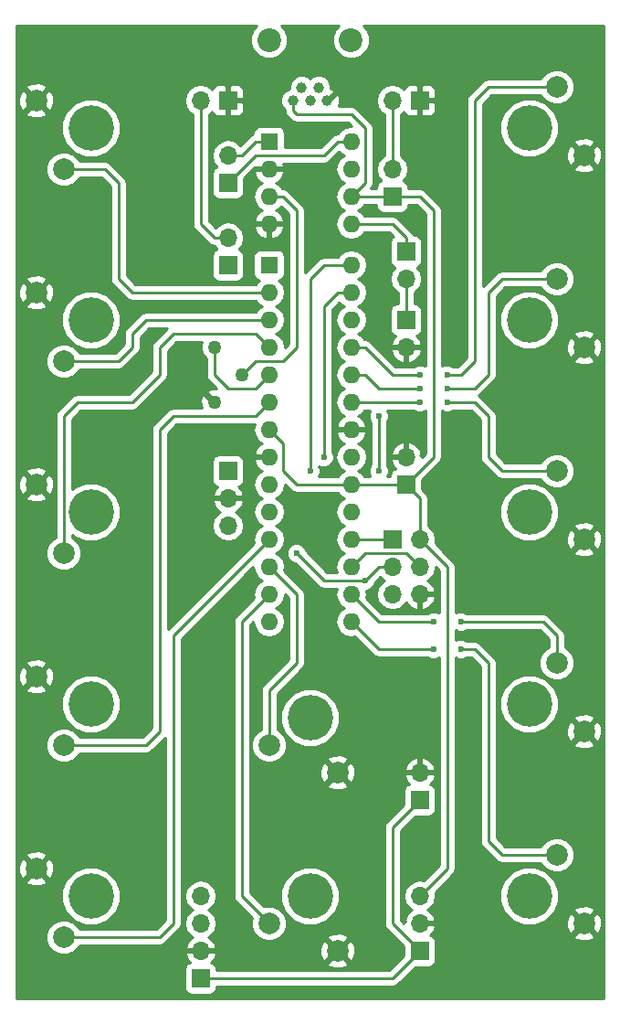
<source format=gbl>
G04 #@! TF.FileFunction,Copper,L2,Bot,Signal*
%FSLAX46Y46*%
G04 Gerber Fmt 4.6, Leading zero omitted, Abs format (unit mm)*
G04 Created by KiCad (PCBNEW 4.0.1-stable) date 2019/01/29 0:04:04*
%MOMM*%
G01*
G04 APERTURE LIST*
%ADD10C,0.100000*%
%ADD11R,1.600000X1.600000*%
%ADD12O,1.600000X1.600000*%
%ADD13R,1.700000X1.700000*%
%ADD14O,1.700000X1.700000*%
%ADD15C,2.000000*%
%ADD16C,4.200000*%
%ADD17C,1.000000*%
%ADD18C,2.200000*%
%ADD19C,1.260000*%
%ADD20C,0.600000*%
%ADD21C,0.250000*%
%ADD22C,0.254000*%
G04 APERTURE END LIST*
D10*
D11*
X106680000Y-87630000D03*
D12*
X114300000Y-120650000D03*
X106680000Y-90170000D03*
X114300000Y-118110000D03*
X106680000Y-92710000D03*
X114300000Y-115570000D03*
X106680000Y-95250000D03*
X114300000Y-113030000D03*
X106680000Y-97790000D03*
X114300000Y-110490000D03*
X106680000Y-100330000D03*
X114300000Y-107950000D03*
X106680000Y-102870000D03*
X114300000Y-105410000D03*
X106680000Y-105410000D03*
X114300000Y-102870000D03*
X106680000Y-107950000D03*
X114300000Y-100330000D03*
X106680000Y-110490000D03*
X114300000Y-97790000D03*
X106680000Y-113030000D03*
X114300000Y-95250000D03*
X106680000Y-115570000D03*
X114300000Y-92710000D03*
X106680000Y-118110000D03*
X114300000Y-90170000D03*
X106680000Y-120650000D03*
X114300000Y-87630000D03*
D13*
X118110000Y-113030000D03*
D14*
X120650000Y-113030000D03*
X118110000Y-115570000D03*
X120650000Y-115570000D03*
X118110000Y-118110000D03*
X120650000Y-118110000D03*
D13*
X102870000Y-106680000D03*
D14*
X102870000Y-109220000D03*
X102870000Y-111760000D03*
D13*
X100330000Y-153670000D03*
D14*
X100330000Y-151130000D03*
X100330000Y-148590000D03*
X100330000Y-146050000D03*
D13*
X120650000Y-72390000D03*
D14*
X118110000Y-72390000D03*
D13*
X102870000Y-87630000D03*
D14*
X102870000Y-85090000D03*
D13*
X118110000Y-81280000D03*
D14*
X118110000Y-78740000D03*
D13*
X102870000Y-72390000D03*
D14*
X100330000Y-72390000D03*
D13*
X120650000Y-151130000D03*
D14*
X120650000Y-148590000D03*
X120650000Y-146050000D03*
D13*
X119380000Y-92710000D03*
D14*
X119380000Y-95250000D03*
D15*
X87630000Y-78740000D03*
X85090000Y-72390000D03*
D16*
X90170000Y-74930000D03*
D15*
X87630000Y-96520000D03*
X85090000Y-90170000D03*
D16*
X90170000Y-92710000D03*
D15*
X87630000Y-114300000D03*
X85090000Y-107950000D03*
D16*
X90170000Y-110490000D03*
D15*
X87630000Y-132080000D03*
X85090000Y-125730000D03*
D16*
X90170000Y-128270000D03*
D15*
X87630000Y-149860000D03*
X85090000Y-143510000D03*
D16*
X90170000Y-146050000D03*
D15*
X133350000Y-142240000D03*
X135890000Y-148590000D03*
D16*
X130810000Y-146050000D03*
D15*
X106680000Y-132080000D03*
X113030000Y-134620000D03*
D16*
X110490000Y-129540000D03*
D15*
X106680000Y-148590000D03*
X113030000Y-151130000D03*
D16*
X110490000Y-146050000D03*
D15*
X133350000Y-124460000D03*
X135890000Y-130810000D03*
D16*
X130810000Y-128270000D03*
D15*
X133350000Y-106680000D03*
X135890000Y-113030000D03*
D16*
X130810000Y-110490000D03*
D15*
X133350000Y-88900000D03*
X135890000Y-95250000D03*
D16*
X130810000Y-92710000D03*
D15*
X133350000Y-71120000D03*
X135890000Y-77470000D03*
D16*
X130810000Y-74930000D03*
D13*
X119380000Y-107950000D03*
D14*
X119380000Y-105410000D03*
D13*
X119380000Y-86360000D03*
D14*
X119380000Y-88900000D03*
D13*
X102870000Y-80010000D03*
D14*
X102870000Y-77470000D03*
D11*
X106680000Y-76200000D03*
D12*
X114300000Y-83820000D03*
X106680000Y-78740000D03*
X114300000Y-81280000D03*
X106680000Y-81280000D03*
X114300000Y-78740000D03*
X106680000Y-83820000D03*
X114300000Y-76200000D03*
D13*
X120650000Y-137160000D03*
D14*
X120650000Y-134620000D03*
D17*
X110490000Y-72390000D03*
X108890000Y-72390000D03*
X112090000Y-72390000D03*
X111290000Y-71190000D03*
X109690000Y-71190000D03*
D18*
X106690000Y-66790000D03*
X114290000Y-66790000D03*
D19*
X101600000Y-95250000D03*
X104140000Y-97790000D03*
X101600000Y-100330000D03*
D20*
X116840000Y-101600000D03*
X116840000Y-106680000D03*
X124460000Y-123190000D03*
X121920000Y-123190000D03*
X124460000Y-120650000D03*
X121920000Y-120650000D03*
X109220000Y-114300000D03*
X115570000Y-116840000D03*
X123190000Y-100330000D03*
X120650000Y-100330000D03*
X123190000Y-99060000D03*
X120650000Y-99060000D03*
X123190000Y-97790000D03*
X120650000Y-97790000D03*
X111760000Y-105410000D03*
X110490000Y-106680000D03*
D21*
X116840000Y-101600000D02*
X116840000Y-106680000D01*
X114300000Y-120650000D02*
X116840000Y-123190000D01*
X128270000Y-142240000D02*
X133350000Y-142240000D01*
X127000000Y-140970000D02*
X128270000Y-142240000D01*
X127000000Y-124460000D02*
X127000000Y-140970000D01*
X125730000Y-123190000D02*
X127000000Y-124460000D01*
X124460000Y-123190000D02*
X125730000Y-123190000D01*
X116840000Y-123190000D02*
X121920000Y-123190000D01*
X106680000Y-90170000D02*
X93980000Y-90170000D01*
X91440000Y-78740000D02*
X87630000Y-78740000D01*
X92710000Y-80010000D02*
X91440000Y-78740000D01*
X92710000Y-88900000D02*
X92710000Y-80010000D01*
X93980000Y-90170000D02*
X92710000Y-88900000D01*
X114300000Y-118110000D02*
X116840000Y-120650000D01*
X133350000Y-121920000D02*
X133350000Y-124460000D01*
X132080000Y-120650000D02*
X133350000Y-121920000D01*
X124460000Y-120650000D02*
X132080000Y-120650000D01*
X116840000Y-120650000D02*
X121920000Y-120650000D01*
X106680000Y-92710000D02*
X95250000Y-92710000D01*
X92710000Y-96520000D02*
X87630000Y-96520000D01*
X93980000Y-95250000D02*
X92710000Y-96520000D01*
X93980000Y-93980000D02*
X93980000Y-95250000D01*
X95250000Y-92710000D02*
X93980000Y-93980000D01*
X114300000Y-115570000D02*
X115570000Y-114300000D01*
X119380000Y-114300000D02*
X120650000Y-115570000D01*
X115570000Y-114300000D02*
X119380000Y-114300000D01*
X87630000Y-101600000D02*
X87630000Y-114300000D01*
X88900000Y-100330000D02*
X87630000Y-101600000D01*
X93980000Y-100330000D02*
X88900000Y-100330000D01*
X96520000Y-97790000D02*
X93980000Y-100330000D01*
X96520000Y-95250000D02*
X96520000Y-97790000D01*
X106680000Y-95250000D02*
X105410000Y-93980000D01*
X105410000Y-93980000D02*
X97790000Y-93980000D01*
X97790000Y-93980000D02*
X96520000Y-95250000D01*
X114300000Y-113030000D02*
X118110000Y-113030000D01*
X101600000Y-95250000D02*
X101600000Y-97790000D01*
X105410000Y-99060000D02*
X106680000Y-97790000D01*
X102870000Y-99060000D02*
X105410000Y-99060000D01*
X101600000Y-97790000D02*
X102870000Y-99060000D01*
X111760000Y-116840000D02*
X115570000Y-116840000D01*
X109220000Y-114300000D02*
X111760000Y-116840000D01*
X118110000Y-115570000D02*
X116840000Y-115570000D01*
X116840000Y-115570000D02*
X115570000Y-116840000D01*
X106680000Y-100330000D02*
X105410000Y-101600000D01*
X95250000Y-132080000D02*
X87630000Y-132080000D01*
X96520000Y-130810000D02*
X95250000Y-132080000D01*
X96520000Y-102870000D02*
X96520000Y-130810000D01*
X97790000Y-101600000D02*
X96520000Y-102870000D01*
X105410000Y-101600000D02*
X97790000Y-101600000D01*
X114300000Y-100330000D02*
X120650000Y-100330000D01*
X128270000Y-106680000D02*
X133350000Y-106680000D01*
X127000000Y-105410000D02*
X128270000Y-106680000D01*
X127000000Y-101600000D02*
X127000000Y-105410000D01*
X125730000Y-100330000D02*
X127000000Y-101600000D01*
X123190000Y-100330000D02*
X125730000Y-100330000D01*
X114300000Y-97790000D02*
X115570000Y-97790000D01*
X128270000Y-88900000D02*
X133350000Y-88900000D01*
X127000000Y-90170000D02*
X128270000Y-88900000D01*
X127000000Y-97790000D02*
X127000000Y-90170000D01*
X125730000Y-99060000D02*
X127000000Y-97790000D01*
X123190000Y-99060000D02*
X125730000Y-99060000D01*
X116840000Y-99060000D02*
X120650000Y-99060000D01*
X115570000Y-97790000D02*
X116840000Y-99060000D01*
X106680000Y-113030000D02*
X97790000Y-121920000D01*
X96520000Y-149860000D02*
X87630000Y-149860000D01*
X97790000Y-148590000D02*
X96520000Y-149860000D01*
X97790000Y-121920000D02*
X97790000Y-148590000D01*
X114300000Y-95250000D02*
X115570000Y-95250000D01*
X127000000Y-71120000D02*
X133350000Y-71120000D01*
X125730000Y-72390000D02*
X127000000Y-71120000D01*
X125730000Y-96520000D02*
X125730000Y-72390000D01*
X124460000Y-97790000D02*
X125730000Y-96520000D01*
X123190000Y-97790000D02*
X124460000Y-97790000D01*
X118110000Y-97790000D02*
X120650000Y-97790000D01*
X115570000Y-95250000D02*
X118110000Y-97790000D01*
X106680000Y-132080000D02*
X106680000Y-127000000D01*
X109220000Y-118110000D02*
X106680000Y-115570000D01*
X109220000Y-124460000D02*
X109220000Y-118110000D01*
X106680000Y-127000000D02*
X109220000Y-124460000D01*
X106680000Y-148590000D02*
X104140000Y-146050000D01*
X104140000Y-120650000D02*
X106680000Y-118110000D01*
X104140000Y-146050000D02*
X104140000Y-120650000D01*
X114300000Y-90170000D02*
X113030000Y-90170000D01*
X111760000Y-91440000D02*
X111760000Y-105410000D01*
X113030000Y-90170000D02*
X111760000Y-91440000D01*
X114300000Y-87630000D02*
X111760000Y-87630000D01*
X110490000Y-88900000D02*
X110490000Y-106680000D01*
X111760000Y-87630000D02*
X110490000Y-88900000D01*
X118110000Y-78740000D02*
X118110000Y-72390000D01*
X100330000Y-72390000D02*
X100330000Y-83820000D01*
X101600000Y-85090000D02*
X102870000Y-85090000D01*
X100330000Y-83820000D02*
X101600000Y-85090000D01*
X120650000Y-137160000D02*
X118110000Y-139700000D01*
X118110000Y-148590000D02*
X120650000Y-151130000D01*
X118110000Y-139700000D02*
X118110000Y-148590000D01*
X100330000Y-153670000D02*
X118110000Y-153670000D01*
X118110000Y-153670000D02*
X120650000Y-151130000D01*
X121920000Y-82550000D02*
X120650000Y-81280000D01*
X114300000Y-107950000D02*
X109220000Y-107950000D01*
X107950000Y-104140000D02*
X106680000Y-102870000D01*
X107950000Y-106680000D02*
X107950000Y-104140000D01*
X109220000Y-107950000D02*
X107950000Y-106680000D01*
X119380000Y-107950000D02*
X121920000Y-105410000D01*
X121920000Y-105410000D02*
X121920000Y-82550000D01*
X118110000Y-81280000D02*
X120650000Y-81280000D01*
X114300000Y-81280000D02*
X118110000Y-81280000D01*
X108890000Y-72390000D02*
X108890000Y-73330000D01*
X115570000Y-80010000D02*
X114300000Y-81280000D01*
X115570000Y-74930000D02*
X115570000Y-80010000D01*
X114300000Y-73660000D02*
X115570000Y-74930000D01*
X109220000Y-73660000D02*
X114300000Y-73660000D01*
X108890000Y-73330000D02*
X109220000Y-73660000D01*
X120650000Y-113030000D02*
X123190000Y-115570000D01*
X123190000Y-143510000D02*
X120650000Y-146050000D01*
X123190000Y-115570000D02*
X123190000Y-143510000D01*
X119380000Y-107950000D02*
X120650000Y-109220000D01*
X120650000Y-109220000D02*
X120650000Y-113030000D01*
X114300000Y-107950000D02*
X119380000Y-107950000D01*
X102870000Y-80010000D02*
X105410000Y-77470000D01*
X113030000Y-76200000D02*
X114300000Y-76200000D01*
X111760000Y-77470000D02*
X113030000Y-76200000D01*
X105410000Y-77470000D02*
X111760000Y-77470000D01*
X102870000Y-77470000D02*
X104140000Y-77470000D01*
X105410000Y-76200000D02*
X106680000Y-76200000D01*
X104140000Y-77470000D02*
X105410000Y-76200000D01*
X119380000Y-86360000D02*
X119380000Y-85090000D01*
X118110000Y-83820000D02*
X114300000Y-83820000D01*
X119380000Y-85090000D02*
X118110000Y-83820000D01*
X119380000Y-88900000D02*
X119380000Y-92710000D01*
X104140000Y-97790000D02*
X105410000Y-96520000D01*
X107950000Y-81280000D02*
X106680000Y-81280000D01*
X109220000Y-82550000D02*
X107950000Y-81280000D01*
X109220000Y-95250000D02*
X109220000Y-82550000D01*
X107950000Y-96520000D02*
X109220000Y-95250000D01*
X105410000Y-96520000D02*
X107950000Y-96520000D01*
D22*
G36*
X105219996Y-65805918D02*
X104955301Y-66443373D01*
X104954699Y-67133599D01*
X105218281Y-67771515D01*
X105705918Y-68260004D01*
X106343373Y-68524699D01*
X107033599Y-68525301D01*
X107671515Y-68261719D01*
X108160004Y-67774082D01*
X108424699Y-67136627D01*
X108425301Y-66446401D01*
X108161719Y-65808485D01*
X107808851Y-65455000D01*
X113171527Y-65455000D01*
X112819996Y-65805918D01*
X112555301Y-66443373D01*
X112554699Y-67133599D01*
X112818281Y-67771515D01*
X113305918Y-68260004D01*
X113943373Y-68524699D01*
X114633599Y-68525301D01*
X115271515Y-68261719D01*
X115760004Y-67774082D01*
X116024699Y-67136627D01*
X116025301Y-66446401D01*
X115761719Y-65808485D01*
X115408851Y-65455000D01*
X137745000Y-65455000D01*
X137745000Y-155525000D01*
X83235000Y-155525000D01*
X83235000Y-146591638D01*
X87434526Y-146591638D01*
X87850028Y-147597229D01*
X88618724Y-148367268D01*
X89623588Y-148784524D01*
X90711638Y-148785474D01*
X91717229Y-148369972D01*
X92487268Y-147601276D01*
X92904524Y-146596412D01*
X92905474Y-145508362D01*
X92489972Y-144502771D01*
X91721276Y-143732732D01*
X90716412Y-143315476D01*
X89628362Y-143314526D01*
X88622771Y-143730028D01*
X87852732Y-144498724D01*
X87435476Y-145503588D01*
X87434526Y-146591638D01*
X83235000Y-146591638D01*
X83235000Y-144662532D01*
X84117073Y-144662532D01*
X84215736Y-144929387D01*
X84825461Y-145155908D01*
X85475460Y-145131856D01*
X85964264Y-144929387D01*
X86062927Y-144662532D01*
X85090000Y-143689605D01*
X84117073Y-144662532D01*
X83235000Y-144662532D01*
X83235000Y-143245461D01*
X83444092Y-143245461D01*
X83468144Y-143895460D01*
X83670613Y-144384264D01*
X83937468Y-144482927D01*
X84910395Y-143510000D01*
X85269605Y-143510000D01*
X86242532Y-144482927D01*
X86509387Y-144384264D01*
X86735908Y-143774539D01*
X86711856Y-143124540D01*
X86509387Y-142635736D01*
X86242532Y-142537073D01*
X85269605Y-143510000D01*
X84910395Y-143510000D01*
X83937468Y-142537073D01*
X83670613Y-142635736D01*
X83444092Y-143245461D01*
X83235000Y-143245461D01*
X83235000Y-142357468D01*
X84117073Y-142357468D01*
X85090000Y-143330395D01*
X86062927Y-142357468D01*
X85964264Y-142090613D01*
X85354539Y-141864092D01*
X84704540Y-141888144D01*
X84215736Y-142090613D01*
X84117073Y-142357468D01*
X83235000Y-142357468D01*
X83235000Y-128811638D01*
X87434526Y-128811638D01*
X87850028Y-129817229D01*
X88618724Y-130587268D01*
X89623588Y-131004524D01*
X90711638Y-131005474D01*
X91717229Y-130589972D01*
X92487268Y-129821276D01*
X92904524Y-128816412D01*
X92905474Y-127728362D01*
X92489972Y-126722771D01*
X91721276Y-125952732D01*
X90716412Y-125535476D01*
X89628362Y-125534526D01*
X88622771Y-125950028D01*
X87852732Y-126718724D01*
X87435476Y-127723588D01*
X87434526Y-128811638D01*
X83235000Y-128811638D01*
X83235000Y-126882532D01*
X84117073Y-126882532D01*
X84215736Y-127149387D01*
X84825461Y-127375908D01*
X85475460Y-127351856D01*
X85964264Y-127149387D01*
X86062927Y-126882532D01*
X85090000Y-125909605D01*
X84117073Y-126882532D01*
X83235000Y-126882532D01*
X83235000Y-125465461D01*
X83444092Y-125465461D01*
X83468144Y-126115460D01*
X83670613Y-126604264D01*
X83937468Y-126702927D01*
X84910395Y-125730000D01*
X85269605Y-125730000D01*
X86242532Y-126702927D01*
X86509387Y-126604264D01*
X86735908Y-125994539D01*
X86711856Y-125344540D01*
X86509387Y-124855736D01*
X86242532Y-124757073D01*
X85269605Y-125730000D01*
X84910395Y-125730000D01*
X83937468Y-124757073D01*
X83670613Y-124855736D01*
X83444092Y-125465461D01*
X83235000Y-125465461D01*
X83235000Y-124577468D01*
X84117073Y-124577468D01*
X85090000Y-125550395D01*
X86062927Y-124577468D01*
X85964264Y-124310613D01*
X85354539Y-124084092D01*
X84704540Y-124108144D01*
X84215736Y-124310613D01*
X84117073Y-124577468D01*
X83235000Y-124577468D01*
X83235000Y-109102532D01*
X84117073Y-109102532D01*
X84215736Y-109369387D01*
X84825461Y-109595908D01*
X85475460Y-109571856D01*
X85964264Y-109369387D01*
X86062927Y-109102532D01*
X85090000Y-108129605D01*
X84117073Y-109102532D01*
X83235000Y-109102532D01*
X83235000Y-107685461D01*
X83444092Y-107685461D01*
X83468144Y-108335460D01*
X83670613Y-108824264D01*
X83937468Y-108922927D01*
X84910395Y-107950000D01*
X85269605Y-107950000D01*
X86242532Y-108922927D01*
X86509387Y-108824264D01*
X86735908Y-108214539D01*
X86711856Y-107564540D01*
X86509387Y-107075736D01*
X86242532Y-106977073D01*
X85269605Y-107950000D01*
X84910395Y-107950000D01*
X83937468Y-106977073D01*
X83670613Y-107075736D01*
X83444092Y-107685461D01*
X83235000Y-107685461D01*
X83235000Y-106797468D01*
X84117073Y-106797468D01*
X85090000Y-107770395D01*
X86062927Y-106797468D01*
X85964264Y-106530613D01*
X85354539Y-106304092D01*
X84704540Y-106328144D01*
X84215736Y-106530613D01*
X84117073Y-106797468D01*
X83235000Y-106797468D01*
X83235000Y-93251638D01*
X87434526Y-93251638D01*
X87850028Y-94257229D01*
X88618724Y-95027268D01*
X89623588Y-95444524D01*
X90711638Y-95445474D01*
X91717229Y-95029972D01*
X92487268Y-94261276D01*
X92904524Y-93256412D01*
X92905474Y-92168362D01*
X92489972Y-91162771D01*
X91721276Y-90392732D01*
X90716412Y-89975476D01*
X89628362Y-89974526D01*
X88622771Y-90390028D01*
X87852732Y-91158724D01*
X87435476Y-92163588D01*
X87434526Y-93251638D01*
X83235000Y-93251638D01*
X83235000Y-91322532D01*
X84117073Y-91322532D01*
X84215736Y-91589387D01*
X84825461Y-91815908D01*
X85475460Y-91791856D01*
X85964264Y-91589387D01*
X86062927Y-91322532D01*
X85090000Y-90349605D01*
X84117073Y-91322532D01*
X83235000Y-91322532D01*
X83235000Y-89905461D01*
X83444092Y-89905461D01*
X83468144Y-90555460D01*
X83670613Y-91044264D01*
X83937468Y-91142927D01*
X84910395Y-90170000D01*
X85269605Y-90170000D01*
X86242532Y-91142927D01*
X86509387Y-91044264D01*
X86735908Y-90434539D01*
X86711856Y-89784540D01*
X86509387Y-89295736D01*
X86242532Y-89197073D01*
X85269605Y-90170000D01*
X84910395Y-90170000D01*
X83937468Y-89197073D01*
X83670613Y-89295736D01*
X83444092Y-89905461D01*
X83235000Y-89905461D01*
X83235000Y-89017468D01*
X84117073Y-89017468D01*
X85090000Y-89990395D01*
X86062927Y-89017468D01*
X85964264Y-88750613D01*
X85354539Y-88524092D01*
X84704540Y-88548144D01*
X84215736Y-88750613D01*
X84117073Y-89017468D01*
X83235000Y-89017468D01*
X83235000Y-79063795D01*
X85994716Y-79063795D01*
X86243106Y-79664943D01*
X86702637Y-80125278D01*
X87303352Y-80374716D01*
X87953795Y-80375284D01*
X88554943Y-80126894D01*
X89015278Y-79667363D01*
X89084773Y-79500000D01*
X91125198Y-79500000D01*
X91950000Y-80324802D01*
X91950000Y-88900000D01*
X92007852Y-89190839D01*
X92172599Y-89437401D01*
X93442599Y-90707401D01*
X93689160Y-90872148D01*
X93980000Y-90930000D01*
X105467005Y-90930000D01*
X105637189Y-91184698D01*
X106019275Y-91440000D01*
X105637189Y-91695302D01*
X105467005Y-91950000D01*
X95250000Y-91950000D01*
X94959160Y-92007852D01*
X94712599Y-92172599D01*
X93442599Y-93442599D01*
X93277852Y-93689161D01*
X93220000Y-93980000D01*
X93220000Y-94935198D01*
X92395198Y-95760000D01*
X89085047Y-95760000D01*
X89016894Y-95595057D01*
X88557363Y-95134722D01*
X87956648Y-94885284D01*
X87306205Y-94884716D01*
X86705057Y-95133106D01*
X86244722Y-95592637D01*
X85995284Y-96193352D01*
X85994716Y-96843795D01*
X86243106Y-97444943D01*
X86702637Y-97905278D01*
X87303352Y-98154716D01*
X87953795Y-98155284D01*
X88554943Y-97906894D01*
X89015278Y-97447363D01*
X89084773Y-97280000D01*
X92710000Y-97280000D01*
X93000839Y-97222148D01*
X93247401Y-97057401D01*
X94517401Y-95787401D01*
X94682148Y-95540840D01*
X94740000Y-95250000D01*
X94740000Y-94294802D01*
X95564802Y-93470000D01*
X97225198Y-93470000D01*
X95982599Y-94712599D01*
X95817852Y-94959161D01*
X95760000Y-95250000D01*
X95760000Y-97475198D01*
X93665198Y-99570000D01*
X88900000Y-99570000D01*
X88609160Y-99627852D01*
X88362599Y-99792599D01*
X87092599Y-101062599D01*
X86927852Y-101309161D01*
X86870000Y-101600000D01*
X86870000Y-112844953D01*
X86705057Y-112913106D01*
X86244722Y-113372637D01*
X85995284Y-113973352D01*
X85994716Y-114623795D01*
X86243106Y-115224943D01*
X86702637Y-115685278D01*
X87303352Y-115934716D01*
X87953795Y-115935284D01*
X88554943Y-115686894D01*
X89015278Y-115227363D01*
X89264716Y-114626648D01*
X89265284Y-113976205D01*
X89016894Y-113375057D01*
X88557363Y-112914722D01*
X88390000Y-112845227D01*
X88390000Y-112578144D01*
X88618724Y-112807268D01*
X89623588Y-113224524D01*
X90711638Y-113225474D01*
X91717229Y-112809972D01*
X92487268Y-112041276D01*
X92904524Y-111036412D01*
X92905474Y-109948362D01*
X92489972Y-108942771D01*
X91721276Y-108172732D01*
X90716412Y-107755476D01*
X89628362Y-107754526D01*
X88622771Y-108170028D01*
X88390000Y-108402393D01*
X88390000Y-101914802D01*
X89214802Y-101090000D01*
X93980000Y-101090000D01*
X94270839Y-101032148D01*
X94517401Y-100867401D01*
X97057401Y-98327401D01*
X97222148Y-98080840D01*
X97242843Y-97976799D01*
X97280000Y-97790000D01*
X97280000Y-95564802D01*
X98104802Y-94740000D01*
X100442048Y-94740000D01*
X100335220Y-94997272D01*
X100334781Y-95500520D01*
X100526960Y-95965629D01*
X100840000Y-96279217D01*
X100840000Y-97790000D01*
X100897852Y-98080839D01*
X101062599Y-98327401D01*
X101793514Y-99058316D01*
X101776140Y-99052300D01*
X101273778Y-99082154D01*
X100948313Y-99216966D01*
X100895099Y-99445494D01*
X101600000Y-100150395D01*
X101614143Y-100136253D01*
X101793748Y-100315858D01*
X101779605Y-100330000D01*
X101793748Y-100344143D01*
X101614143Y-100523748D01*
X101600000Y-100509605D01*
X101585858Y-100523748D01*
X101406253Y-100344143D01*
X101420395Y-100330000D01*
X100715494Y-99625099D01*
X100486966Y-99678313D01*
X100322300Y-100153860D01*
X100352154Y-100656222D01*
X100428277Y-100840000D01*
X97790000Y-100840000D01*
X97499160Y-100897852D01*
X97252599Y-101062599D01*
X95982599Y-102332599D01*
X95817852Y-102579161D01*
X95760000Y-102870000D01*
X95760000Y-130495198D01*
X94935198Y-131320000D01*
X89085047Y-131320000D01*
X89016894Y-131155057D01*
X88557363Y-130694722D01*
X87956648Y-130445284D01*
X87306205Y-130444716D01*
X86705057Y-130693106D01*
X86244722Y-131152637D01*
X85995284Y-131753352D01*
X85994716Y-132403795D01*
X86243106Y-133004943D01*
X86702637Y-133465278D01*
X87303352Y-133714716D01*
X87953795Y-133715284D01*
X88554943Y-133466894D01*
X89015278Y-133007363D01*
X89084773Y-132840000D01*
X95250000Y-132840000D01*
X95540839Y-132782148D01*
X95787401Y-132617401D01*
X97030000Y-131374802D01*
X97030000Y-148275198D01*
X96205198Y-149100000D01*
X89085047Y-149100000D01*
X89016894Y-148935057D01*
X88557363Y-148474722D01*
X87956648Y-148225284D01*
X87306205Y-148224716D01*
X86705057Y-148473106D01*
X86244722Y-148932637D01*
X85995284Y-149533352D01*
X85994716Y-150183795D01*
X86243106Y-150784943D01*
X86702637Y-151245278D01*
X87303352Y-151494716D01*
X87953795Y-151495284D01*
X88554943Y-151246894D01*
X89015278Y-150787363D01*
X89084773Y-150620000D01*
X96520000Y-150620000D01*
X96810839Y-150562148D01*
X97057401Y-150397401D01*
X98327401Y-149127401D01*
X98492148Y-148880840D01*
X98550000Y-148590000D01*
X98550000Y-146050000D01*
X98815907Y-146050000D01*
X98928946Y-146618285D01*
X99250853Y-147100054D01*
X99580026Y-147320000D01*
X99250853Y-147539946D01*
X98928946Y-148021715D01*
X98815907Y-148590000D01*
X98928946Y-149158285D01*
X99250853Y-149640054D01*
X99591553Y-149867702D01*
X99448642Y-149934817D01*
X99058355Y-150363076D01*
X98888524Y-150773110D01*
X99009845Y-151003000D01*
X100203000Y-151003000D01*
X100203000Y-150983000D01*
X100457000Y-150983000D01*
X100457000Y-151003000D01*
X101650155Y-151003000D01*
X101722739Y-150865461D01*
X111384092Y-150865461D01*
X111408144Y-151515460D01*
X111610613Y-152004264D01*
X111877468Y-152102927D01*
X112850395Y-151130000D01*
X113209605Y-151130000D01*
X114182532Y-152102927D01*
X114449387Y-152004264D01*
X114675908Y-151394539D01*
X114651856Y-150744540D01*
X114449387Y-150255736D01*
X114182532Y-150157073D01*
X113209605Y-151130000D01*
X112850395Y-151130000D01*
X111877468Y-150157073D01*
X111610613Y-150255736D01*
X111384092Y-150865461D01*
X101722739Y-150865461D01*
X101771476Y-150773110D01*
X101601645Y-150363076D01*
X101211358Y-149934817D01*
X101068447Y-149867702D01*
X101409147Y-149640054D01*
X101731054Y-149158285D01*
X101844093Y-148590000D01*
X101731054Y-148021715D01*
X101409147Y-147539946D01*
X101079974Y-147320000D01*
X101409147Y-147100054D01*
X101731054Y-146618285D01*
X101844093Y-146050000D01*
X101731054Y-145481715D01*
X101409147Y-144999946D01*
X100927378Y-144678039D01*
X100359093Y-144565000D01*
X100300907Y-144565000D01*
X99732622Y-144678039D01*
X99250853Y-144999946D01*
X98928946Y-145481715D01*
X98815907Y-146050000D01*
X98550000Y-146050000D01*
X98550000Y-122234802D01*
X105217405Y-115567397D01*
X105216887Y-115570000D01*
X105326120Y-116119151D01*
X105637189Y-116584698D01*
X106019275Y-116840000D01*
X105637189Y-117095302D01*
X105326120Y-117560849D01*
X105216887Y-118110000D01*
X105281312Y-118433886D01*
X103602599Y-120112599D01*
X103437852Y-120359161D01*
X103380000Y-120650000D01*
X103380000Y-146050000D01*
X103437852Y-146340839D01*
X103602599Y-146587401D01*
X105113725Y-148098527D01*
X105045284Y-148263352D01*
X105044716Y-148913795D01*
X105293106Y-149514943D01*
X105752637Y-149975278D01*
X106353352Y-150224716D01*
X107003795Y-150225284D01*
X107603553Y-149977468D01*
X112057073Y-149977468D01*
X113030000Y-150950395D01*
X114002927Y-149977468D01*
X113904264Y-149710613D01*
X113294539Y-149484092D01*
X112644540Y-149508144D01*
X112155736Y-149710613D01*
X112057073Y-149977468D01*
X107603553Y-149977468D01*
X107604943Y-149976894D01*
X108065278Y-149517363D01*
X108314716Y-148916648D01*
X108315284Y-148266205D01*
X108066894Y-147665057D01*
X107607363Y-147204722D01*
X107006648Y-146955284D01*
X106356205Y-146954716D01*
X106188721Y-147023919D01*
X105756440Y-146591638D01*
X107754526Y-146591638D01*
X108170028Y-147597229D01*
X108938724Y-148367268D01*
X109943588Y-148784524D01*
X111031638Y-148785474D01*
X112037229Y-148369972D01*
X112807268Y-147601276D01*
X113224524Y-146596412D01*
X113225474Y-145508362D01*
X112809972Y-144502771D01*
X112041276Y-143732732D01*
X111036412Y-143315476D01*
X109948362Y-143314526D01*
X108942771Y-143730028D01*
X108172732Y-144498724D01*
X107755476Y-145503588D01*
X107754526Y-146591638D01*
X105756440Y-146591638D01*
X104900000Y-145735198D01*
X104900000Y-135772532D01*
X112057073Y-135772532D01*
X112155736Y-136039387D01*
X112765461Y-136265908D01*
X113415460Y-136241856D01*
X113904264Y-136039387D01*
X114002927Y-135772532D01*
X113030000Y-134799605D01*
X112057073Y-135772532D01*
X104900000Y-135772532D01*
X104900000Y-134355461D01*
X111384092Y-134355461D01*
X111408144Y-135005460D01*
X111610613Y-135494264D01*
X111877468Y-135592927D01*
X112850395Y-134620000D01*
X113209605Y-134620000D01*
X114182532Y-135592927D01*
X114449387Y-135494264D01*
X114675908Y-134884539D01*
X114652914Y-134263110D01*
X119208524Y-134263110D01*
X119329845Y-134493000D01*
X120523000Y-134493000D01*
X120523000Y-133299181D01*
X120777000Y-133299181D01*
X120777000Y-134493000D01*
X121970155Y-134493000D01*
X122091476Y-134263110D01*
X121921645Y-133853076D01*
X121531358Y-133424817D01*
X121006892Y-133178514D01*
X120777000Y-133299181D01*
X120523000Y-133299181D01*
X120293108Y-133178514D01*
X119768642Y-133424817D01*
X119378355Y-133853076D01*
X119208524Y-134263110D01*
X114652914Y-134263110D01*
X114651856Y-134234540D01*
X114449387Y-133745736D01*
X114182532Y-133647073D01*
X113209605Y-134620000D01*
X112850395Y-134620000D01*
X111877468Y-133647073D01*
X111610613Y-133745736D01*
X111384092Y-134355461D01*
X104900000Y-134355461D01*
X104900000Y-120964802D01*
X105217405Y-120647397D01*
X105216887Y-120650000D01*
X105326120Y-121199151D01*
X105637189Y-121664698D01*
X106102736Y-121975767D01*
X106651887Y-122085000D01*
X106708113Y-122085000D01*
X107257264Y-121975767D01*
X107722811Y-121664698D01*
X108033880Y-121199151D01*
X108143113Y-120650000D01*
X108033880Y-120100849D01*
X107722811Y-119635302D01*
X107340725Y-119380000D01*
X107722811Y-119124698D01*
X108033880Y-118659151D01*
X108143113Y-118110000D01*
X108142595Y-118107397D01*
X108460000Y-118424802D01*
X108460000Y-124145198D01*
X106142599Y-126462599D01*
X105977852Y-126709161D01*
X105920000Y-127000000D01*
X105920000Y-130624953D01*
X105755057Y-130693106D01*
X105294722Y-131152637D01*
X105045284Y-131753352D01*
X105044716Y-132403795D01*
X105293106Y-133004943D01*
X105752637Y-133465278D01*
X106353352Y-133714716D01*
X107003795Y-133715284D01*
X107603553Y-133467468D01*
X112057073Y-133467468D01*
X113030000Y-134440395D01*
X114002927Y-133467468D01*
X113904264Y-133200613D01*
X113294539Y-132974092D01*
X112644540Y-132998144D01*
X112155736Y-133200613D01*
X112057073Y-133467468D01*
X107603553Y-133467468D01*
X107604943Y-133466894D01*
X108065278Y-133007363D01*
X108314716Y-132406648D01*
X108315284Y-131756205D01*
X108066894Y-131155057D01*
X107607363Y-130694722D01*
X107440000Y-130625227D01*
X107440000Y-130081638D01*
X107754526Y-130081638D01*
X108170028Y-131087229D01*
X108938724Y-131857268D01*
X109943588Y-132274524D01*
X111031638Y-132275474D01*
X112037229Y-131859972D01*
X112807268Y-131091276D01*
X113224524Y-130086412D01*
X113225474Y-128998362D01*
X112809972Y-127992771D01*
X112041276Y-127222732D01*
X111036412Y-126805476D01*
X109948362Y-126804526D01*
X108942771Y-127220028D01*
X108172732Y-127988724D01*
X107755476Y-128993588D01*
X107754526Y-130081638D01*
X107440000Y-130081638D01*
X107440000Y-127314802D01*
X109757401Y-124997401D01*
X109922148Y-124750840D01*
X109931746Y-124702586D01*
X109980000Y-124460000D01*
X109980000Y-118110000D01*
X109922148Y-117819161D01*
X109922148Y-117819160D01*
X109757401Y-117572599D01*
X108078688Y-115893886D01*
X108143113Y-115570000D01*
X108033880Y-115020849D01*
X107722811Y-114555302D01*
X107340725Y-114300000D01*
X107722811Y-114044698D01*
X108033880Y-113579151D01*
X108143113Y-113030000D01*
X108033880Y-112480849D01*
X107722811Y-112015302D01*
X107340725Y-111760000D01*
X107722811Y-111504698D01*
X108033880Y-111039151D01*
X108143113Y-110490000D01*
X108033880Y-109940849D01*
X107722811Y-109475302D01*
X107340725Y-109220000D01*
X107722811Y-108964698D01*
X108033880Y-108499151D01*
X108143113Y-107950000D01*
X108142595Y-107947397D01*
X108682599Y-108487401D01*
X108929160Y-108652148D01*
X109220000Y-108710000D01*
X113087005Y-108710000D01*
X113257189Y-108964698D01*
X113639275Y-109220000D01*
X113257189Y-109475302D01*
X112946120Y-109940849D01*
X112836887Y-110490000D01*
X112946120Y-111039151D01*
X113257189Y-111504698D01*
X113639275Y-111760000D01*
X113257189Y-112015302D01*
X112946120Y-112480849D01*
X112836887Y-113030000D01*
X112946120Y-113579151D01*
X113257189Y-114044698D01*
X113639275Y-114300000D01*
X113257189Y-114555302D01*
X112946120Y-115020849D01*
X112836887Y-115570000D01*
X112938332Y-116080000D01*
X112074802Y-116080000D01*
X110155122Y-114160320D01*
X110155162Y-114114833D01*
X110013117Y-113771057D01*
X109750327Y-113507808D01*
X109406799Y-113365162D01*
X109034833Y-113364838D01*
X108691057Y-113506883D01*
X108427808Y-113769673D01*
X108285162Y-114113201D01*
X108284838Y-114485167D01*
X108426883Y-114828943D01*
X108689673Y-115092192D01*
X109033201Y-115234838D01*
X109080077Y-115234879D01*
X111222599Y-117377401D01*
X111469160Y-117542148D01*
X111517414Y-117551746D01*
X111760000Y-117600000D01*
X112938332Y-117600000D01*
X112836887Y-118110000D01*
X112946120Y-118659151D01*
X113257189Y-119124698D01*
X113639275Y-119380000D01*
X113257189Y-119635302D01*
X112946120Y-120100849D01*
X112836887Y-120650000D01*
X112946120Y-121199151D01*
X113257189Y-121664698D01*
X113722736Y-121975767D01*
X114271887Y-122085000D01*
X114328113Y-122085000D01*
X114605102Y-122029904D01*
X116302599Y-123727401D01*
X116549160Y-123892148D01*
X116597414Y-123901746D01*
X116840000Y-123950000D01*
X121357537Y-123950000D01*
X121389673Y-123982192D01*
X121733201Y-124124838D01*
X122105167Y-124125162D01*
X122430000Y-123990944D01*
X122430000Y-143195198D01*
X120996969Y-144628229D01*
X120679093Y-144565000D01*
X120620907Y-144565000D01*
X120052622Y-144678039D01*
X119570853Y-144999946D01*
X119248946Y-145481715D01*
X119135907Y-146050000D01*
X119248946Y-146618285D01*
X119570853Y-147100054D01*
X119911553Y-147327702D01*
X119768642Y-147394817D01*
X119378355Y-147823076D01*
X119208524Y-148233110D01*
X119329844Y-148462998D01*
X119165000Y-148462998D01*
X119165000Y-148570198D01*
X118870000Y-148275198D01*
X118870000Y-140014802D01*
X120227362Y-138657440D01*
X121500000Y-138657440D01*
X121735317Y-138613162D01*
X121951441Y-138474090D01*
X122096431Y-138261890D01*
X122147440Y-138010000D01*
X122147440Y-136310000D01*
X122103162Y-136074683D01*
X121964090Y-135858559D01*
X121751890Y-135713569D01*
X121643893Y-135691699D01*
X121921645Y-135386924D01*
X122091476Y-134976890D01*
X121970155Y-134747000D01*
X120777000Y-134747000D01*
X120777000Y-134767000D01*
X120523000Y-134767000D01*
X120523000Y-134747000D01*
X119329845Y-134747000D01*
X119208524Y-134976890D01*
X119378355Y-135386924D01*
X119654501Y-135689937D01*
X119564683Y-135706838D01*
X119348559Y-135845910D01*
X119203569Y-136058110D01*
X119152560Y-136310000D01*
X119152560Y-137582638D01*
X117572599Y-139162599D01*
X117407852Y-139409161D01*
X117350000Y-139700000D01*
X117350000Y-148590000D01*
X117407852Y-148880839D01*
X117572599Y-149127401D01*
X119152560Y-150707362D01*
X119152560Y-151552638D01*
X117795198Y-152910000D01*
X101827440Y-152910000D01*
X101827440Y-152820000D01*
X101783162Y-152584683D01*
X101644090Y-152368559D01*
X101518186Y-152282532D01*
X112057073Y-152282532D01*
X112155736Y-152549387D01*
X112765461Y-152775908D01*
X113415460Y-152751856D01*
X113904264Y-152549387D01*
X114002927Y-152282532D01*
X113030000Y-151309605D01*
X112057073Y-152282532D01*
X101518186Y-152282532D01*
X101431890Y-152223569D01*
X101323893Y-152201699D01*
X101601645Y-151896924D01*
X101771476Y-151486890D01*
X101650155Y-151257000D01*
X100457000Y-151257000D01*
X100457000Y-151277000D01*
X100203000Y-151277000D01*
X100203000Y-151257000D01*
X99009845Y-151257000D01*
X98888524Y-151486890D01*
X99058355Y-151896924D01*
X99334501Y-152199937D01*
X99244683Y-152216838D01*
X99028559Y-152355910D01*
X98883569Y-152568110D01*
X98832560Y-152820000D01*
X98832560Y-154520000D01*
X98876838Y-154755317D01*
X99015910Y-154971441D01*
X99228110Y-155116431D01*
X99480000Y-155167440D01*
X101180000Y-155167440D01*
X101415317Y-155123162D01*
X101631441Y-154984090D01*
X101776431Y-154771890D01*
X101827440Y-154520000D01*
X101827440Y-154430000D01*
X118110000Y-154430000D01*
X118400839Y-154372148D01*
X118647401Y-154207401D01*
X120227362Y-152627440D01*
X121500000Y-152627440D01*
X121735317Y-152583162D01*
X121951441Y-152444090D01*
X122096431Y-152231890D01*
X122147440Y-151980000D01*
X122147440Y-150280000D01*
X122103162Y-150044683D01*
X121964090Y-149828559D01*
X121838186Y-149742532D01*
X134917073Y-149742532D01*
X135015736Y-150009387D01*
X135625461Y-150235908D01*
X136275460Y-150211856D01*
X136764264Y-150009387D01*
X136862927Y-149742532D01*
X135890000Y-148769605D01*
X134917073Y-149742532D01*
X121838186Y-149742532D01*
X121751890Y-149683569D01*
X121643893Y-149661699D01*
X121921645Y-149356924D01*
X122091476Y-148946890D01*
X121970155Y-148717000D01*
X120777000Y-148717000D01*
X120777000Y-148737000D01*
X120523000Y-148737000D01*
X120523000Y-148717000D01*
X120503000Y-148717000D01*
X120503000Y-148463000D01*
X120523000Y-148463000D01*
X120523000Y-148443000D01*
X120777000Y-148443000D01*
X120777000Y-148463000D01*
X121970155Y-148463000D01*
X122091476Y-148233110D01*
X121921645Y-147823076D01*
X121531358Y-147394817D01*
X121388447Y-147327702D01*
X121729147Y-147100054D01*
X122051054Y-146618285D01*
X122056354Y-146591638D01*
X128074526Y-146591638D01*
X128490028Y-147597229D01*
X129258724Y-148367268D01*
X130263588Y-148784524D01*
X131351638Y-148785474D01*
X132357229Y-148369972D01*
X132401817Y-148325461D01*
X134244092Y-148325461D01*
X134268144Y-148975460D01*
X134470613Y-149464264D01*
X134737468Y-149562927D01*
X135710395Y-148590000D01*
X136069605Y-148590000D01*
X137042532Y-149562927D01*
X137309387Y-149464264D01*
X137535908Y-148854539D01*
X137511856Y-148204540D01*
X137309387Y-147715736D01*
X137042532Y-147617073D01*
X136069605Y-148590000D01*
X135710395Y-148590000D01*
X134737468Y-147617073D01*
X134470613Y-147715736D01*
X134244092Y-148325461D01*
X132401817Y-148325461D01*
X133127268Y-147601276D01*
X133195287Y-147437468D01*
X134917073Y-147437468D01*
X135890000Y-148410395D01*
X136862927Y-147437468D01*
X136764264Y-147170613D01*
X136154539Y-146944092D01*
X135504540Y-146968144D01*
X135015736Y-147170613D01*
X134917073Y-147437468D01*
X133195287Y-147437468D01*
X133544524Y-146596412D01*
X133545474Y-145508362D01*
X133129972Y-144502771D01*
X132361276Y-143732732D01*
X131356412Y-143315476D01*
X130268362Y-143314526D01*
X129262771Y-143730028D01*
X128492732Y-144498724D01*
X128075476Y-145503588D01*
X128074526Y-146591638D01*
X122056354Y-146591638D01*
X122164093Y-146050000D01*
X122091210Y-145683592D01*
X123727401Y-144047401D01*
X123892148Y-143800840D01*
X123926748Y-143626894D01*
X123950000Y-143510000D01*
X123950000Y-123990633D01*
X124273201Y-124124838D01*
X124645167Y-124125162D01*
X124988943Y-123983117D01*
X125022118Y-123950000D01*
X125415198Y-123950000D01*
X126240000Y-124774802D01*
X126240000Y-140970000D01*
X126297852Y-141260839D01*
X126462599Y-141507401D01*
X127732599Y-142777401D01*
X127979160Y-142942148D01*
X128270000Y-143000000D01*
X131894953Y-143000000D01*
X131963106Y-143164943D01*
X132422637Y-143625278D01*
X133023352Y-143874716D01*
X133673795Y-143875284D01*
X134274943Y-143626894D01*
X134735278Y-143167363D01*
X134984716Y-142566648D01*
X134985284Y-141916205D01*
X134736894Y-141315057D01*
X134277363Y-140854722D01*
X133676648Y-140605284D01*
X133026205Y-140604716D01*
X132425057Y-140853106D01*
X131964722Y-141312637D01*
X131895227Y-141480000D01*
X128584802Y-141480000D01*
X127760000Y-140655198D01*
X127760000Y-131962532D01*
X134917073Y-131962532D01*
X135015736Y-132229387D01*
X135625461Y-132455908D01*
X136275460Y-132431856D01*
X136764264Y-132229387D01*
X136862927Y-131962532D01*
X135890000Y-130989605D01*
X134917073Y-131962532D01*
X127760000Y-131962532D01*
X127760000Y-128811638D01*
X128074526Y-128811638D01*
X128490028Y-129817229D01*
X129258724Y-130587268D01*
X130263588Y-131004524D01*
X131351638Y-131005474D01*
X132357229Y-130589972D01*
X132401817Y-130545461D01*
X134244092Y-130545461D01*
X134268144Y-131195460D01*
X134470613Y-131684264D01*
X134737468Y-131782927D01*
X135710395Y-130810000D01*
X136069605Y-130810000D01*
X137042532Y-131782927D01*
X137309387Y-131684264D01*
X137535908Y-131074539D01*
X137511856Y-130424540D01*
X137309387Y-129935736D01*
X137042532Y-129837073D01*
X136069605Y-130810000D01*
X135710395Y-130810000D01*
X134737468Y-129837073D01*
X134470613Y-129935736D01*
X134244092Y-130545461D01*
X132401817Y-130545461D01*
X133127268Y-129821276D01*
X133195287Y-129657468D01*
X134917073Y-129657468D01*
X135890000Y-130630395D01*
X136862927Y-129657468D01*
X136764264Y-129390613D01*
X136154539Y-129164092D01*
X135504540Y-129188144D01*
X135015736Y-129390613D01*
X134917073Y-129657468D01*
X133195287Y-129657468D01*
X133544524Y-128816412D01*
X133545474Y-127728362D01*
X133129972Y-126722771D01*
X132361276Y-125952732D01*
X131356412Y-125535476D01*
X130268362Y-125534526D01*
X129262771Y-125950028D01*
X128492732Y-126718724D01*
X128075476Y-127723588D01*
X128074526Y-128811638D01*
X127760000Y-128811638D01*
X127760000Y-124460000D01*
X127702148Y-124169161D01*
X127702148Y-124169160D01*
X127537401Y-123922599D01*
X126267401Y-122652599D01*
X126020839Y-122487852D01*
X125730000Y-122430000D01*
X125022463Y-122430000D01*
X124990327Y-122397808D01*
X124646799Y-122255162D01*
X124274833Y-122254838D01*
X123950000Y-122389056D01*
X123950000Y-121450633D01*
X124273201Y-121584838D01*
X124645167Y-121585162D01*
X124988943Y-121443117D01*
X125022118Y-121410000D01*
X131765198Y-121410000D01*
X132590000Y-122234802D01*
X132590000Y-123004953D01*
X132425057Y-123073106D01*
X131964722Y-123532637D01*
X131715284Y-124133352D01*
X131714716Y-124783795D01*
X131963106Y-125384943D01*
X132422637Y-125845278D01*
X133023352Y-126094716D01*
X133673795Y-126095284D01*
X134274943Y-125846894D01*
X134735278Y-125387363D01*
X134984716Y-124786648D01*
X134985284Y-124136205D01*
X134736894Y-123535057D01*
X134277363Y-123074722D01*
X134110000Y-123005227D01*
X134110000Y-121920000D01*
X134052148Y-121629161D01*
X134052148Y-121629160D01*
X133887401Y-121382599D01*
X132617401Y-120112599D01*
X132370839Y-119947852D01*
X132080000Y-119890000D01*
X125022463Y-119890000D01*
X124990327Y-119857808D01*
X124646799Y-119715162D01*
X124274833Y-119714838D01*
X123950000Y-119849056D01*
X123950000Y-115570000D01*
X123892148Y-115279161D01*
X123892148Y-115279160D01*
X123727401Y-115032599D01*
X122877334Y-114182532D01*
X134917073Y-114182532D01*
X135015736Y-114449387D01*
X135625461Y-114675908D01*
X136275460Y-114651856D01*
X136764264Y-114449387D01*
X136862927Y-114182532D01*
X135890000Y-113209605D01*
X134917073Y-114182532D01*
X122877334Y-114182532D01*
X122091210Y-113396408D01*
X122164093Y-113030000D01*
X122051054Y-112461715D01*
X121729147Y-111979946D01*
X121410000Y-111766699D01*
X121410000Y-111031638D01*
X128074526Y-111031638D01*
X128490028Y-112037229D01*
X129258724Y-112807268D01*
X130263588Y-113224524D01*
X131351638Y-113225474D01*
X132357229Y-112809972D01*
X132401817Y-112765461D01*
X134244092Y-112765461D01*
X134268144Y-113415460D01*
X134470613Y-113904264D01*
X134737468Y-114002927D01*
X135710395Y-113030000D01*
X136069605Y-113030000D01*
X137042532Y-114002927D01*
X137309387Y-113904264D01*
X137535908Y-113294539D01*
X137511856Y-112644540D01*
X137309387Y-112155736D01*
X137042532Y-112057073D01*
X136069605Y-113030000D01*
X135710395Y-113030000D01*
X134737468Y-112057073D01*
X134470613Y-112155736D01*
X134244092Y-112765461D01*
X132401817Y-112765461D01*
X133127268Y-112041276D01*
X133195287Y-111877468D01*
X134917073Y-111877468D01*
X135890000Y-112850395D01*
X136862927Y-111877468D01*
X136764264Y-111610613D01*
X136154539Y-111384092D01*
X135504540Y-111408144D01*
X135015736Y-111610613D01*
X134917073Y-111877468D01*
X133195287Y-111877468D01*
X133544524Y-111036412D01*
X133545474Y-109948362D01*
X133129972Y-108942771D01*
X132361276Y-108172732D01*
X131356412Y-107755476D01*
X130268362Y-107754526D01*
X129262771Y-108170028D01*
X128492732Y-108938724D01*
X128075476Y-109943588D01*
X128074526Y-111031638D01*
X121410000Y-111031638D01*
X121410000Y-109220000D01*
X121352148Y-108929161D01*
X121352148Y-108929160D01*
X121187401Y-108682599D01*
X120877440Y-108372638D01*
X120877440Y-107527362D01*
X122457401Y-105947401D01*
X122622148Y-105700840D01*
X122642843Y-105596799D01*
X122680000Y-105410000D01*
X122680000Y-101130633D01*
X123003201Y-101264838D01*
X123375167Y-101265162D01*
X123718943Y-101123117D01*
X123752118Y-101090000D01*
X125415198Y-101090000D01*
X126240000Y-101914802D01*
X126240000Y-105410000D01*
X126297852Y-105700839D01*
X126462599Y-105947401D01*
X127732599Y-107217401D01*
X127979160Y-107382148D01*
X128270000Y-107440000D01*
X131894953Y-107440000D01*
X131963106Y-107604943D01*
X132422637Y-108065278D01*
X133023352Y-108314716D01*
X133673795Y-108315284D01*
X134274943Y-108066894D01*
X134735278Y-107607363D01*
X134984716Y-107006648D01*
X134985284Y-106356205D01*
X134736894Y-105755057D01*
X134277363Y-105294722D01*
X133676648Y-105045284D01*
X133026205Y-105044716D01*
X132425057Y-105293106D01*
X131964722Y-105752637D01*
X131895227Y-105920000D01*
X128584802Y-105920000D01*
X127760000Y-105095198D01*
X127760000Y-101600000D01*
X127702148Y-101309161D01*
X127702148Y-101309160D01*
X127537401Y-101062599D01*
X126267401Y-99792599D01*
X126121333Y-99695000D01*
X126267401Y-99597401D01*
X127537401Y-98327401D01*
X127702148Y-98080840D01*
X127760000Y-97790000D01*
X127760000Y-96402532D01*
X134917073Y-96402532D01*
X135015736Y-96669387D01*
X135625461Y-96895908D01*
X136275460Y-96871856D01*
X136764264Y-96669387D01*
X136862927Y-96402532D01*
X135890000Y-95429605D01*
X134917073Y-96402532D01*
X127760000Y-96402532D01*
X127760000Y-93251638D01*
X128074526Y-93251638D01*
X128490028Y-94257229D01*
X129258724Y-95027268D01*
X130263588Y-95444524D01*
X131351638Y-95445474D01*
X132357229Y-95029972D01*
X132401817Y-94985461D01*
X134244092Y-94985461D01*
X134268144Y-95635460D01*
X134470613Y-96124264D01*
X134737468Y-96222927D01*
X135710395Y-95250000D01*
X136069605Y-95250000D01*
X137042532Y-96222927D01*
X137309387Y-96124264D01*
X137535908Y-95514539D01*
X137511856Y-94864540D01*
X137309387Y-94375736D01*
X137042532Y-94277073D01*
X136069605Y-95250000D01*
X135710395Y-95250000D01*
X134737468Y-94277073D01*
X134470613Y-94375736D01*
X134244092Y-94985461D01*
X132401817Y-94985461D01*
X133127268Y-94261276D01*
X133195287Y-94097468D01*
X134917073Y-94097468D01*
X135890000Y-95070395D01*
X136862927Y-94097468D01*
X136764264Y-93830613D01*
X136154539Y-93604092D01*
X135504540Y-93628144D01*
X135015736Y-93830613D01*
X134917073Y-94097468D01*
X133195287Y-94097468D01*
X133544524Y-93256412D01*
X133545474Y-92168362D01*
X133129972Y-91162771D01*
X132361276Y-90392732D01*
X131356412Y-89975476D01*
X130268362Y-89974526D01*
X129262771Y-90390028D01*
X128492732Y-91158724D01*
X128075476Y-92163588D01*
X128074526Y-93251638D01*
X127760000Y-93251638D01*
X127760000Y-90484802D01*
X128584802Y-89660000D01*
X131894953Y-89660000D01*
X131963106Y-89824943D01*
X132422637Y-90285278D01*
X133023352Y-90534716D01*
X133673795Y-90535284D01*
X134274943Y-90286894D01*
X134735278Y-89827363D01*
X134984716Y-89226648D01*
X134985284Y-88576205D01*
X134736894Y-87975057D01*
X134277363Y-87514722D01*
X133676648Y-87265284D01*
X133026205Y-87264716D01*
X132425057Y-87513106D01*
X131964722Y-87972637D01*
X131895227Y-88140000D01*
X128270000Y-88140000D01*
X127979160Y-88197852D01*
X127732599Y-88362599D01*
X126490000Y-89605198D01*
X126490000Y-78622532D01*
X134917073Y-78622532D01*
X135015736Y-78889387D01*
X135625461Y-79115908D01*
X136275460Y-79091856D01*
X136764264Y-78889387D01*
X136862927Y-78622532D01*
X135890000Y-77649605D01*
X134917073Y-78622532D01*
X126490000Y-78622532D01*
X126490000Y-75471638D01*
X128074526Y-75471638D01*
X128490028Y-76477229D01*
X129258724Y-77247268D01*
X130263588Y-77664524D01*
X131351638Y-77665474D01*
X132357229Y-77249972D01*
X132401817Y-77205461D01*
X134244092Y-77205461D01*
X134268144Y-77855460D01*
X134470613Y-78344264D01*
X134737468Y-78442927D01*
X135710395Y-77470000D01*
X136069605Y-77470000D01*
X137042532Y-78442927D01*
X137309387Y-78344264D01*
X137535908Y-77734539D01*
X137511856Y-77084540D01*
X137309387Y-76595736D01*
X137042532Y-76497073D01*
X136069605Y-77470000D01*
X135710395Y-77470000D01*
X134737468Y-76497073D01*
X134470613Y-76595736D01*
X134244092Y-77205461D01*
X132401817Y-77205461D01*
X133127268Y-76481276D01*
X133195287Y-76317468D01*
X134917073Y-76317468D01*
X135890000Y-77290395D01*
X136862927Y-76317468D01*
X136764264Y-76050613D01*
X136154539Y-75824092D01*
X135504540Y-75848144D01*
X135015736Y-76050613D01*
X134917073Y-76317468D01*
X133195287Y-76317468D01*
X133544524Y-75476412D01*
X133545474Y-74388362D01*
X133129972Y-73382771D01*
X132361276Y-72612732D01*
X131356412Y-72195476D01*
X130268362Y-72194526D01*
X129262771Y-72610028D01*
X128492732Y-73378724D01*
X128075476Y-74383588D01*
X128074526Y-75471638D01*
X126490000Y-75471638D01*
X126490000Y-72704802D01*
X127314802Y-71880000D01*
X131894953Y-71880000D01*
X131963106Y-72044943D01*
X132422637Y-72505278D01*
X133023352Y-72754716D01*
X133673795Y-72755284D01*
X134274943Y-72506894D01*
X134735278Y-72047363D01*
X134984716Y-71446648D01*
X134985284Y-70796205D01*
X134736894Y-70195057D01*
X134277363Y-69734722D01*
X133676648Y-69485284D01*
X133026205Y-69484716D01*
X132425057Y-69733106D01*
X131964722Y-70192637D01*
X131895227Y-70360000D01*
X127000000Y-70360000D01*
X126709160Y-70417852D01*
X126462599Y-70582599D01*
X125192599Y-71852599D01*
X125027852Y-72099161D01*
X124970000Y-72390000D01*
X124970000Y-96205198D01*
X124145198Y-97030000D01*
X123752463Y-97030000D01*
X123720327Y-96997808D01*
X123376799Y-96855162D01*
X123004833Y-96854838D01*
X122680000Y-96989056D01*
X122680000Y-82550000D01*
X122622148Y-82259161D01*
X122622148Y-82259160D01*
X122457401Y-82012599D01*
X121187401Y-80742599D01*
X120940839Y-80577852D01*
X120650000Y-80520000D01*
X119607440Y-80520000D01*
X119607440Y-80430000D01*
X119563162Y-80194683D01*
X119424090Y-79978559D01*
X119211890Y-79833569D01*
X119144459Y-79819914D01*
X119189147Y-79790054D01*
X119511054Y-79308285D01*
X119624093Y-78740000D01*
X119511054Y-78171715D01*
X119189147Y-77689946D01*
X118870000Y-77476699D01*
X118870000Y-73662954D01*
X119160054Y-73469147D01*
X119189403Y-73425223D01*
X119261673Y-73599698D01*
X119440301Y-73778327D01*
X119673690Y-73875000D01*
X120364250Y-73875000D01*
X120523000Y-73716250D01*
X120523000Y-72517000D01*
X120777000Y-72517000D01*
X120777000Y-73716250D01*
X120935750Y-73875000D01*
X121626310Y-73875000D01*
X121859699Y-73778327D01*
X122038327Y-73599698D01*
X122135000Y-73366309D01*
X122135000Y-72675750D01*
X121976250Y-72517000D01*
X120777000Y-72517000D01*
X120523000Y-72517000D01*
X120503000Y-72517000D01*
X120503000Y-72263000D01*
X120523000Y-72263000D01*
X120523000Y-71063750D01*
X120777000Y-71063750D01*
X120777000Y-72263000D01*
X121976250Y-72263000D01*
X122135000Y-72104250D01*
X122135000Y-71413691D01*
X122038327Y-71180302D01*
X121859699Y-71001673D01*
X121626310Y-70905000D01*
X120935750Y-70905000D01*
X120777000Y-71063750D01*
X120523000Y-71063750D01*
X120364250Y-70905000D01*
X119673690Y-70905000D01*
X119440301Y-71001673D01*
X119261673Y-71180302D01*
X119189403Y-71354777D01*
X119160054Y-71310853D01*
X118678285Y-70988946D01*
X118110000Y-70875907D01*
X117541715Y-70988946D01*
X117059946Y-71310853D01*
X116738039Y-71792622D01*
X116625000Y-72360907D01*
X116625000Y-72419093D01*
X116738039Y-72987378D01*
X117059946Y-73469147D01*
X117350000Y-73662954D01*
X117350000Y-77476699D01*
X117030853Y-77689946D01*
X116708946Y-78171715D01*
X116595907Y-78740000D01*
X116708946Y-79308285D01*
X117030853Y-79790054D01*
X117072452Y-79817850D01*
X117024683Y-79826838D01*
X116808559Y-79965910D01*
X116663569Y-80178110D01*
X116612560Y-80430000D01*
X116612560Y-80520000D01*
X116125710Y-80520000D01*
X116272148Y-80300840D01*
X116330000Y-80010000D01*
X116330000Y-74930000D01*
X116272148Y-74639161D01*
X116272148Y-74639160D01*
X116107401Y-74392599D01*
X114837401Y-73122599D01*
X114590839Y-72957852D01*
X114300000Y-72900000D01*
X113116352Y-72900000D01*
X113238112Y-72535028D01*
X113206217Y-72084625D01*
X113095217Y-71816648D01*
X112880104Y-71779501D01*
X112269605Y-72390000D01*
X112283748Y-72404143D01*
X112104143Y-72583748D01*
X112090000Y-72569605D01*
X112075858Y-72583748D01*
X111896253Y-72404143D01*
X111910395Y-72390000D01*
X111896253Y-72375858D01*
X112075858Y-72196253D01*
X112090000Y-72210395D01*
X112700499Y-71599896D01*
X112663352Y-71384783D01*
X112424900Y-71305232D01*
X112425197Y-70965225D01*
X112252767Y-70547914D01*
X111933765Y-70228355D01*
X111516756Y-70055197D01*
X111065225Y-70054803D01*
X110647914Y-70227233D01*
X110490004Y-70384867D01*
X110333765Y-70228355D01*
X109916756Y-70055197D01*
X109465225Y-70054803D01*
X109047914Y-70227233D01*
X108728355Y-70546235D01*
X108555197Y-70963244D01*
X108554903Y-71300387D01*
X108247914Y-71427233D01*
X107928355Y-71746235D01*
X107755197Y-72163244D01*
X107754803Y-72614775D01*
X107927233Y-73032086D01*
X108130000Y-73235207D01*
X108130000Y-73330000D01*
X108187852Y-73620839D01*
X108352599Y-73867401D01*
X108682599Y-74197401D01*
X108929160Y-74362148D01*
X108977414Y-74371746D01*
X109220000Y-74420000D01*
X113985198Y-74420000D01*
X114330716Y-74765518D01*
X114328113Y-74765000D01*
X114271887Y-74765000D01*
X113722736Y-74874233D01*
X113257189Y-75185302D01*
X113087005Y-75440000D01*
X113030000Y-75440000D01*
X112739160Y-75497852D01*
X112492599Y-75662599D01*
X111445198Y-76710000D01*
X108127440Y-76710000D01*
X108127440Y-75400000D01*
X108083162Y-75164683D01*
X107944090Y-74948559D01*
X107731890Y-74803569D01*
X107480000Y-74752560D01*
X105880000Y-74752560D01*
X105644683Y-74796838D01*
X105428559Y-74935910D01*
X105283569Y-75148110D01*
X105232560Y-75400000D01*
X105232560Y-75475295D01*
X105119160Y-75497852D01*
X104872599Y-75662599D01*
X104015679Y-76519519D01*
X103949147Y-76419946D01*
X103467378Y-76098039D01*
X102899093Y-75985000D01*
X102840907Y-75985000D01*
X102272622Y-76098039D01*
X101790853Y-76419946D01*
X101468946Y-76901715D01*
X101355907Y-77470000D01*
X101468946Y-78038285D01*
X101790853Y-78520054D01*
X101832452Y-78547850D01*
X101784683Y-78556838D01*
X101568559Y-78695910D01*
X101423569Y-78908110D01*
X101372560Y-79160000D01*
X101372560Y-80860000D01*
X101416838Y-81095317D01*
X101555910Y-81311441D01*
X101768110Y-81456431D01*
X102020000Y-81507440D01*
X103720000Y-81507440D01*
X103955317Y-81463162D01*
X104171441Y-81324090D01*
X104316431Y-81111890D01*
X104367440Y-80860000D01*
X104367440Y-79587362D01*
X105385873Y-78568929D01*
X105410085Y-78613000D01*
X106553000Y-78613000D01*
X106553000Y-78593000D01*
X106807000Y-78593000D01*
X106807000Y-78613000D01*
X107949915Y-78613000D01*
X108071904Y-78390961D01*
X108005236Y-78230000D01*
X111760000Y-78230000D01*
X112050839Y-78172148D01*
X112297401Y-78007401D01*
X113190264Y-77114538D01*
X113257189Y-77214698D01*
X113639275Y-77470000D01*
X113257189Y-77725302D01*
X112946120Y-78190849D01*
X112836887Y-78740000D01*
X112946120Y-79289151D01*
X113257189Y-79754698D01*
X113639275Y-80010000D01*
X113257189Y-80265302D01*
X112946120Y-80730849D01*
X112836887Y-81280000D01*
X112946120Y-81829151D01*
X113257189Y-82294698D01*
X113639275Y-82550000D01*
X113257189Y-82805302D01*
X112946120Y-83270849D01*
X112836887Y-83820000D01*
X112946120Y-84369151D01*
X113257189Y-84834698D01*
X113722736Y-85145767D01*
X114271887Y-85255000D01*
X114328113Y-85255000D01*
X114877264Y-85145767D01*
X115342811Y-84834698D01*
X115512995Y-84580000D01*
X117795198Y-84580000D01*
X118189634Y-84974436D01*
X118078559Y-85045910D01*
X117933569Y-85258110D01*
X117882560Y-85510000D01*
X117882560Y-87210000D01*
X117926838Y-87445317D01*
X118065910Y-87661441D01*
X118278110Y-87806431D01*
X118345541Y-87820086D01*
X118300853Y-87849946D01*
X117978946Y-88331715D01*
X117865907Y-88900000D01*
X117978946Y-89468285D01*
X118300853Y-89950054D01*
X118620000Y-90163301D01*
X118620000Y-91212560D01*
X118530000Y-91212560D01*
X118294683Y-91256838D01*
X118078559Y-91395910D01*
X117933569Y-91608110D01*
X117882560Y-91860000D01*
X117882560Y-93560000D01*
X117926838Y-93795317D01*
X118065910Y-94011441D01*
X118278110Y-94156431D01*
X118386107Y-94178301D01*
X118108355Y-94483076D01*
X117938524Y-94893110D01*
X118059845Y-95123000D01*
X119253000Y-95123000D01*
X119253000Y-95103000D01*
X119507000Y-95103000D01*
X119507000Y-95123000D01*
X120700155Y-95123000D01*
X120821476Y-94893110D01*
X120651645Y-94483076D01*
X120375499Y-94180063D01*
X120465317Y-94163162D01*
X120681441Y-94024090D01*
X120826431Y-93811890D01*
X120877440Y-93560000D01*
X120877440Y-91860000D01*
X120833162Y-91624683D01*
X120694090Y-91408559D01*
X120481890Y-91263569D01*
X120230000Y-91212560D01*
X120140000Y-91212560D01*
X120140000Y-90163301D01*
X120459147Y-89950054D01*
X120781054Y-89468285D01*
X120894093Y-88900000D01*
X120781054Y-88331715D01*
X120459147Y-87849946D01*
X120417548Y-87822150D01*
X120465317Y-87813162D01*
X120681441Y-87674090D01*
X120826431Y-87461890D01*
X120877440Y-87210000D01*
X120877440Y-85510000D01*
X120833162Y-85274683D01*
X120694090Y-85058559D01*
X120481890Y-84913569D01*
X120230000Y-84862560D01*
X120094759Y-84862560D01*
X120082148Y-84799160D01*
X119917401Y-84552599D01*
X118647401Y-83282599D01*
X118400839Y-83117852D01*
X118110000Y-83060000D01*
X115512995Y-83060000D01*
X115342811Y-82805302D01*
X114960725Y-82550000D01*
X115342811Y-82294698D01*
X115512995Y-82040000D01*
X116612560Y-82040000D01*
X116612560Y-82130000D01*
X116656838Y-82365317D01*
X116795910Y-82581441D01*
X117008110Y-82726431D01*
X117260000Y-82777440D01*
X118960000Y-82777440D01*
X119195317Y-82733162D01*
X119411441Y-82594090D01*
X119556431Y-82381890D01*
X119607440Y-82130000D01*
X119607440Y-82040000D01*
X120335198Y-82040000D01*
X121160000Y-82864802D01*
X121160000Y-96989367D01*
X120836799Y-96855162D01*
X120464833Y-96854838D01*
X120121057Y-96996883D01*
X120087882Y-97030000D01*
X118424802Y-97030000D01*
X117001692Y-95606890D01*
X117938524Y-95606890D01*
X118108355Y-96016924D01*
X118498642Y-96445183D01*
X119023108Y-96691486D01*
X119253000Y-96570819D01*
X119253000Y-95377000D01*
X119507000Y-95377000D01*
X119507000Y-96570819D01*
X119736892Y-96691486D01*
X120261358Y-96445183D01*
X120651645Y-96016924D01*
X120821476Y-95606890D01*
X120700155Y-95377000D01*
X119507000Y-95377000D01*
X119253000Y-95377000D01*
X118059845Y-95377000D01*
X117938524Y-95606890D01*
X117001692Y-95606890D01*
X116107401Y-94712599D01*
X115860839Y-94547852D01*
X115570000Y-94490000D01*
X115512995Y-94490000D01*
X115342811Y-94235302D01*
X114960725Y-93980000D01*
X115342811Y-93724698D01*
X115653880Y-93259151D01*
X115763113Y-92710000D01*
X115653880Y-92160849D01*
X115342811Y-91695302D01*
X114960725Y-91440000D01*
X115342811Y-91184698D01*
X115653880Y-90719151D01*
X115763113Y-90170000D01*
X115653880Y-89620849D01*
X115342811Y-89155302D01*
X114960725Y-88900000D01*
X115342811Y-88644698D01*
X115653880Y-88179151D01*
X115763113Y-87630000D01*
X115653880Y-87080849D01*
X115342811Y-86615302D01*
X114877264Y-86304233D01*
X114328113Y-86195000D01*
X114271887Y-86195000D01*
X113722736Y-86304233D01*
X113257189Y-86615302D01*
X113087005Y-86870000D01*
X111760000Y-86870000D01*
X111469160Y-86927852D01*
X111222599Y-87092599D01*
X109980000Y-88335198D01*
X109980000Y-82550000D01*
X109922148Y-82259161D01*
X109922148Y-82259160D01*
X109757401Y-82012599D01*
X108487401Y-80742599D01*
X108240839Y-80577852D01*
X107950000Y-80520000D01*
X107892995Y-80520000D01*
X107722811Y-80265302D01*
X107318297Y-79995014D01*
X107535134Y-79892389D01*
X107911041Y-79477423D01*
X108071904Y-79089039D01*
X107949915Y-78867000D01*
X106807000Y-78867000D01*
X106807000Y-78887000D01*
X106553000Y-78887000D01*
X106553000Y-78867000D01*
X105410085Y-78867000D01*
X105288096Y-79089039D01*
X105448959Y-79477423D01*
X105824866Y-79892389D01*
X106041703Y-79995014D01*
X105637189Y-80265302D01*
X105326120Y-80730849D01*
X105216887Y-81280000D01*
X105326120Y-81829151D01*
X105637189Y-82294698D01*
X106041703Y-82564986D01*
X105824866Y-82667611D01*
X105448959Y-83082577D01*
X105288096Y-83470961D01*
X105410085Y-83693000D01*
X106553000Y-83693000D01*
X106553000Y-83673000D01*
X106807000Y-83673000D01*
X106807000Y-83693000D01*
X107949915Y-83693000D01*
X108071904Y-83470961D01*
X107911041Y-83082577D01*
X107535134Y-82667611D01*
X107318297Y-82564986D01*
X107722811Y-82294698D01*
X107789736Y-82194538D01*
X108460000Y-82864802D01*
X108460000Y-94935198D01*
X108142595Y-95252603D01*
X108143113Y-95250000D01*
X108033880Y-94700849D01*
X107722811Y-94235302D01*
X107340725Y-93980000D01*
X107722811Y-93724698D01*
X108033880Y-93259151D01*
X108143113Y-92710000D01*
X108033880Y-92160849D01*
X107722811Y-91695302D01*
X107340725Y-91440000D01*
X107722811Y-91184698D01*
X108033880Y-90719151D01*
X108143113Y-90170000D01*
X108033880Y-89620849D01*
X107722811Y-89155302D01*
X107578535Y-89058899D01*
X107715317Y-89033162D01*
X107931441Y-88894090D01*
X108076431Y-88681890D01*
X108127440Y-88430000D01*
X108127440Y-86830000D01*
X108083162Y-86594683D01*
X107944090Y-86378559D01*
X107731890Y-86233569D01*
X107480000Y-86182560D01*
X105880000Y-86182560D01*
X105644683Y-86226838D01*
X105428559Y-86365910D01*
X105283569Y-86578110D01*
X105232560Y-86830000D01*
X105232560Y-88430000D01*
X105276838Y-88665317D01*
X105415910Y-88881441D01*
X105628110Y-89026431D01*
X105783089Y-89057815D01*
X105637189Y-89155302D01*
X105467005Y-89410000D01*
X94294802Y-89410000D01*
X93470000Y-88585198D01*
X93470000Y-80010000D01*
X93434905Y-79833569D01*
X93412148Y-79719160D01*
X93247401Y-79472599D01*
X91977401Y-78202599D01*
X91730839Y-78037852D01*
X91440000Y-77980000D01*
X89085047Y-77980000D01*
X89016894Y-77815057D01*
X88557363Y-77354722D01*
X87956648Y-77105284D01*
X87306205Y-77104716D01*
X86705057Y-77353106D01*
X86244722Y-77812637D01*
X85995284Y-78413352D01*
X85994716Y-79063795D01*
X83235000Y-79063795D01*
X83235000Y-75471638D01*
X87434526Y-75471638D01*
X87850028Y-76477229D01*
X88618724Y-77247268D01*
X89623588Y-77664524D01*
X90711638Y-77665474D01*
X91717229Y-77249972D01*
X92487268Y-76481276D01*
X92904524Y-75476412D01*
X92905474Y-74388362D01*
X92489972Y-73382771D01*
X91721276Y-72612732D01*
X91114815Y-72360907D01*
X98845000Y-72360907D01*
X98845000Y-72419093D01*
X98958039Y-72987378D01*
X99279946Y-73469147D01*
X99570000Y-73662954D01*
X99570000Y-83820000D01*
X99627852Y-84110839D01*
X99792599Y-84357401D01*
X101062599Y-85627401D01*
X101309160Y-85792148D01*
X101596593Y-85849322D01*
X101790853Y-86140054D01*
X101832452Y-86167850D01*
X101784683Y-86176838D01*
X101568559Y-86315910D01*
X101423569Y-86528110D01*
X101372560Y-86780000D01*
X101372560Y-88480000D01*
X101416838Y-88715317D01*
X101555910Y-88931441D01*
X101768110Y-89076431D01*
X102020000Y-89127440D01*
X103720000Y-89127440D01*
X103955317Y-89083162D01*
X104171441Y-88944090D01*
X104316431Y-88731890D01*
X104367440Y-88480000D01*
X104367440Y-86780000D01*
X104323162Y-86544683D01*
X104184090Y-86328559D01*
X103971890Y-86183569D01*
X103904459Y-86169914D01*
X103949147Y-86140054D01*
X104271054Y-85658285D01*
X104384093Y-85090000D01*
X104271054Y-84521715D01*
X104035404Y-84169039D01*
X105288096Y-84169039D01*
X105448959Y-84557423D01*
X105824866Y-84972389D01*
X106330959Y-85211914D01*
X106553000Y-85090629D01*
X106553000Y-83947000D01*
X106807000Y-83947000D01*
X106807000Y-85090629D01*
X107029041Y-85211914D01*
X107535134Y-84972389D01*
X107911041Y-84557423D01*
X108071904Y-84169039D01*
X107949915Y-83947000D01*
X106807000Y-83947000D01*
X106553000Y-83947000D01*
X105410085Y-83947000D01*
X105288096Y-84169039D01*
X104035404Y-84169039D01*
X103949147Y-84039946D01*
X103467378Y-83718039D01*
X102899093Y-83605000D01*
X102840907Y-83605000D01*
X102272622Y-83718039D01*
X101790853Y-84039946D01*
X101724321Y-84139519D01*
X101090000Y-83505198D01*
X101090000Y-73662954D01*
X101380054Y-73469147D01*
X101409403Y-73425223D01*
X101481673Y-73599698D01*
X101660301Y-73778327D01*
X101893690Y-73875000D01*
X102584250Y-73875000D01*
X102743000Y-73716250D01*
X102743000Y-72517000D01*
X102997000Y-72517000D01*
X102997000Y-73716250D01*
X103155750Y-73875000D01*
X103846310Y-73875000D01*
X104079699Y-73778327D01*
X104258327Y-73599698D01*
X104355000Y-73366309D01*
X104355000Y-72675750D01*
X104196250Y-72517000D01*
X102997000Y-72517000D01*
X102743000Y-72517000D01*
X102723000Y-72517000D01*
X102723000Y-72263000D01*
X102743000Y-72263000D01*
X102743000Y-71063750D01*
X102997000Y-71063750D01*
X102997000Y-72263000D01*
X104196250Y-72263000D01*
X104355000Y-72104250D01*
X104355000Y-71413691D01*
X104258327Y-71180302D01*
X104079699Y-71001673D01*
X103846310Y-70905000D01*
X103155750Y-70905000D01*
X102997000Y-71063750D01*
X102743000Y-71063750D01*
X102584250Y-70905000D01*
X101893690Y-70905000D01*
X101660301Y-71001673D01*
X101481673Y-71180302D01*
X101409403Y-71354777D01*
X101380054Y-71310853D01*
X100898285Y-70988946D01*
X100330000Y-70875907D01*
X99761715Y-70988946D01*
X99279946Y-71310853D01*
X98958039Y-71792622D01*
X98845000Y-72360907D01*
X91114815Y-72360907D01*
X90716412Y-72195476D01*
X89628362Y-72194526D01*
X88622771Y-72610028D01*
X87852732Y-73378724D01*
X87435476Y-74383588D01*
X87434526Y-75471638D01*
X83235000Y-75471638D01*
X83235000Y-73542532D01*
X84117073Y-73542532D01*
X84215736Y-73809387D01*
X84825461Y-74035908D01*
X85475460Y-74011856D01*
X85964264Y-73809387D01*
X86062927Y-73542532D01*
X85090000Y-72569605D01*
X84117073Y-73542532D01*
X83235000Y-73542532D01*
X83235000Y-72125461D01*
X83444092Y-72125461D01*
X83468144Y-72775460D01*
X83670613Y-73264264D01*
X83937468Y-73362927D01*
X84910395Y-72390000D01*
X85269605Y-72390000D01*
X86242532Y-73362927D01*
X86509387Y-73264264D01*
X86735908Y-72654539D01*
X86711856Y-72004540D01*
X86509387Y-71515736D01*
X86242532Y-71417073D01*
X85269605Y-72390000D01*
X84910395Y-72390000D01*
X83937468Y-71417073D01*
X83670613Y-71515736D01*
X83444092Y-72125461D01*
X83235000Y-72125461D01*
X83235000Y-71237468D01*
X84117073Y-71237468D01*
X85090000Y-72210395D01*
X86062927Y-71237468D01*
X85964264Y-70970613D01*
X85354539Y-70744092D01*
X84704540Y-70768144D01*
X84215736Y-70970613D01*
X84117073Y-71237468D01*
X83235000Y-71237468D01*
X83235000Y-65455000D01*
X105571527Y-65455000D01*
X105219996Y-65805918D01*
X105219996Y-65805918D01*
G37*
X105219996Y-65805918D02*
X104955301Y-66443373D01*
X104954699Y-67133599D01*
X105218281Y-67771515D01*
X105705918Y-68260004D01*
X106343373Y-68524699D01*
X107033599Y-68525301D01*
X107671515Y-68261719D01*
X108160004Y-67774082D01*
X108424699Y-67136627D01*
X108425301Y-66446401D01*
X108161719Y-65808485D01*
X107808851Y-65455000D01*
X113171527Y-65455000D01*
X112819996Y-65805918D01*
X112555301Y-66443373D01*
X112554699Y-67133599D01*
X112818281Y-67771515D01*
X113305918Y-68260004D01*
X113943373Y-68524699D01*
X114633599Y-68525301D01*
X115271515Y-68261719D01*
X115760004Y-67774082D01*
X116024699Y-67136627D01*
X116025301Y-66446401D01*
X115761719Y-65808485D01*
X115408851Y-65455000D01*
X137745000Y-65455000D01*
X137745000Y-155525000D01*
X83235000Y-155525000D01*
X83235000Y-146591638D01*
X87434526Y-146591638D01*
X87850028Y-147597229D01*
X88618724Y-148367268D01*
X89623588Y-148784524D01*
X90711638Y-148785474D01*
X91717229Y-148369972D01*
X92487268Y-147601276D01*
X92904524Y-146596412D01*
X92905474Y-145508362D01*
X92489972Y-144502771D01*
X91721276Y-143732732D01*
X90716412Y-143315476D01*
X89628362Y-143314526D01*
X88622771Y-143730028D01*
X87852732Y-144498724D01*
X87435476Y-145503588D01*
X87434526Y-146591638D01*
X83235000Y-146591638D01*
X83235000Y-144662532D01*
X84117073Y-144662532D01*
X84215736Y-144929387D01*
X84825461Y-145155908D01*
X85475460Y-145131856D01*
X85964264Y-144929387D01*
X86062927Y-144662532D01*
X85090000Y-143689605D01*
X84117073Y-144662532D01*
X83235000Y-144662532D01*
X83235000Y-143245461D01*
X83444092Y-143245461D01*
X83468144Y-143895460D01*
X83670613Y-144384264D01*
X83937468Y-144482927D01*
X84910395Y-143510000D01*
X85269605Y-143510000D01*
X86242532Y-144482927D01*
X86509387Y-144384264D01*
X86735908Y-143774539D01*
X86711856Y-143124540D01*
X86509387Y-142635736D01*
X86242532Y-142537073D01*
X85269605Y-143510000D01*
X84910395Y-143510000D01*
X83937468Y-142537073D01*
X83670613Y-142635736D01*
X83444092Y-143245461D01*
X83235000Y-143245461D01*
X83235000Y-142357468D01*
X84117073Y-142357468D01*
X85090000Y-143330395D01*
X86062927Y-142357468D01*
X85964264Y-142090613D01*
X85354539Y-141864092D01*
X84704540Y-141888144D01*
X84215736Y-142090613D01*
X84117073Y-142357468D01*
X83235000Y-142357468D01*
X83235000Y-128811638D01*
X87434526Y-128811638D01*
X87850028Y-129817229D01*
X88618724Y-130587268D01*
X89623588Y-131004524D01*
X90711638Y-131005474D01*
X91717229Y-130589972D01*
X92487268Y-129821276D01*
X92904524Y-128816412D01*
X92905474Y-127728362D01*
X92489972Y-126722771D01*
X91721276Y-125952732D01*
X90716412Y-125535476D01*
X89628362Y-125534526D01*
X88622771Y-125950028D01*
X87852732Y-126718724D01*
X87435476Y-127723588D01*
X87434526Y-128811638D01*
X83235000Y-128811638D01*
X83235000Y-126882532D01*
X84117073Y-126882532D01*
X84215736Y-127149387D01*
X84825461Y-127375908D01*
X85475460Y-127351856D01*
X85964264Y-127149387D01*
X86062927Y-126882532D01*
X85090000Y-125909605D01*
X84117073Y-126882532D01*
X83235000Y-126882532D01*
X83235000Y-125465461D01*
X83444092Y-125465461D01*
X83468144Y-126115460D01*
X83670613Y-126604264D01*
X83937468Y-126702927D01*
X84910395Y-125730000D01*
X85269605Y-125730000D01*
X86242532Y-126702927D01*
X86509387Y-126604264D01*
X86735908Y-125994539D01*
X86711856Y-125344540D01*
X86509387Y-124855736D01*
X86242532Y-124757073D01*
X85269605Y-125730000D01*
X84910395Y-125730000D01*
X83937468Y-124757073D01*
X83670613Y-124855736D01*
X83444092Y-125465461D01*
X83235000Y-125465461D01*
X83235000Y-124577468D01*
X84117073Y-124577468D01*
X85090000Y-125550395D01*
X86062927Y-124577468D01*
X85964264Y-124310613D01*
X85354539Y-124084092D01*
X84704540Y-124108144D01*
X84215736Y-124310613D01*
X84117073Y-124577468D01*
X83235000Y-124577468D01*
X83235000Y-109102532D01*
X84117073Y-109102532D01*
X84215736Y-109369387D01*
X84825461Y-109595908D01*
X85475460Y-109571856D01*
X85964264Y-109369387D01*
X86062927Y-109102532D01*
X85090000Y-108129605D01*
X84117073Y-109102532D01*
X83235000Y-109102532D01*
X83235000Y-107685461D01*
X83444092Y-107685461D01*
X83468144Y-108335460D01*
X83670613Y-108824264D01*
X83937468Y-108922927D01*
X84910395Y-107950000D01*
X85269605Y-107950000D01*
X86242532Y-108922927D01*
X86509387Y-108824264D01*
X86735908Y-108214539D01*
X86711856Y-107564540D01*
X86509387Y-107075736D01*
X86242532Y-106977073D01*
X85269605Y-107950000D01*
X84910395Y-107950000D01*
X83937468Y-106977073D01*
X83670613Y-107075736D01*
X83444092Y-107685461D01*
X83235000Y-107685461D01*
X83235000Y-106797468D01*
X84117073Y-106797468D01*
X85090000Y-107770395D01*
X86062927Y-106797468D01*
X85964264Y-106530613D01*
X85354539Y-106304092D01*
X84704540Y-106328144D01*
X84215736Y-106530613D01*
X84117073Y-106797468D01*
X83235000Y-106797468D01*
X83235000Y-93251638D01*
X87434526Y-93251638D01*
X87850028Y-94257229D01*
X88618724Y-95027268D01*
X89623588Y-95444524D01*
X90711638Y-95445474D01*
X91717229Y-95029972D01*
X92487268Y-94261276D01*
X92904524Y-93256412D01*
X92905474Y-92168362D01*
X92489972Y-91162771D01*
X91721276Y-90392732D01*
X90716412Y-89975476D01*
X89628362Y-89974526D01*
X88622771Y-90390028D01*
X87852732Y-91158724D01*
X87435476Y-92163588D01*
X87434526Y-93251638D01*
X83235000Y-93251638D01*
X83235000Y-91322532D01*
X84117073Y-91322532D01*
X84215736Y-91589387D01*
X84825461Y-91815908D01*
X85475460Y-91791856D01*
X85964264Y-91589387D01*
X86062927Y-91322532D01*
X85090000Y-90349605D01*
X84117073Y-91322532D01*
X83235000Y-91322532D01*
X83235000Y-89905461D01*
X83444092Y-89905461D01*
X83468144Y-90555460D01*
X83670613Y-91044264D01*
X83937468Y-91142927D01*
X84910395Y-90170000D01*
X85269605Y-90170000D01*
X86242532Y-91142927D01*
X86509387Y-91044264D01*
X86735908Y-90434539D01*
X86711856Y-89784540D01*
X86509387Y-89295736D01*
X86242532Y-89197073D01*
X85269605Y-90170000D01*
X84910395Y-90170000D01*
X83937468Y-89197073D01*
X83670613Y-89295736D01*
X83444092Y-89905461D01*
X83235000Y-89905461D01*
X83235000Y-89017468D01*
X84117073Y-89017468D01*
X85090000Y-89990395D01*
X86062927Y-89017468D01*
X85964264Y-88750613D01*
X85354539Y-88524092D01*
X84704540Y-88548144D01*
X84215736Y-88750613D01*
X84117073Y-89017468D01*
X83235000Y-89017468D01*
X83235000Y-79063795D01*
X85994716Y-79063795D01*
X86243106Y-79664943D01*
X86702637Y-80125278D01*
X87303352Y-80374716D01*
X87953795Y-80375284D01*
X88554943Y-80126894D01*
X89015278Y-79667363D01*
X89084773Y-79500000D01*
X91125198Y-79500000D01*
X91950000Y-80324802D01*
X91950000Y-88900000D01*
X92007852Y-89190839D01*
X92172599Y-89437401D01*
X93442599Y-90707401D01*
X93689160Y-90872148D01*
X93980000Y-90930000D01*
X105467005Y-90930000D01*
X105637189Y-91184698D01*
X106019275Y-91440000D01*
X105637189Y-91695302D01*
X105467005Y-91950000D01*
X95250000Y-91950000D01*
X94959160Y-92007852D01*
X94712599Y-92172599D01*
X93442599Y-93442599D01*
X93277852Y-93689161D01*
X93220000Y-93980000D01*
X93220000Y-94935198D01*
X92395198Y-95760000D01*
X89085047Y-95760000D01*
X89016894Y-95595057D01*
X88557363Y-95134722D01*
X87956648Y-94885284D01*
X87306205Y-94884716D01*
X86705057Y-95133106D01*
X86244722Y-95592637D01*
X85995284Y-96193352D01*
X85994716Y-96843795D01*
X86243106Y-97444943D01*
X86702637Y-97905278D01*
X87303352Y-98154716D01*
X87953795Y-98155284D01*
X88554943Y-97906894D01*
X89015278Y-97447363D01*
X89084773Y-97280000D01*
X92710000Y-97280000D01*
X93000839Y-97222148D01*
X93247401Y-97057401D01*
X94517401Y-95787401D01*
X94682148Y-95540840D01*
X94740000Y-95250000D01*
X94740000Y-94294802D01*
X95564802Y-93470000D01*
X97225198Y-93470000D01*
X95982599Y-94712599D01*
X95817852Y-94959161D01*
X95760000Y-95250000D01*
X95760000Y-97475198D01*
X93665198Y-99570000D01*
X88900000Y-99570000D01*
X88609160Y-99627852D01*
X88362599Y-99792599D01*
X87092599Y-101062599D01*
X86927852Y-101309161D01*
X86870000Y-101600000D01*
X86870000Y-112844953D01*
X86705057Y-112913106D01*
X86244722Y-113372637D01*
X85995284Y-113973352D01*
X85994716Y-114623795D01*
X86243106Y-115224943D01*
X86702637Y-115685278D01*
X87303352Y-115934716D01*
X87953795Y-115935284D01*
X88554943Y-115686894D01*
X89015278Y-115227363D01*
X89264716Y-114626648D01*
X89265284Y-113976205D01*
X89016894Y-113375057D01*
X88557363Y-112914722D01*
X88390000Y-112845227D01*
X88390000Y-112578144D01*
X88618724Y-112807268D01*
X89623588Y-113224524D01*
X90711638Y-113225474D01*
X91717229Y-112809972D01*
X92487268Y-112041276D01*
X92904524Y-111036412D01*
X92905474Y-109948362D01*
X92489972Y-108942771D01*
X91721276Y-108172732D01*
X90716412Y-107755476D01*
X89628362Y-107754526D01*
X88622771Y-108170028D01*
X88390000Y-108402393D01*
X88390000Y-101914802D01*
X89214802Y-101090000D01*
X93980000Y-101090000D01*
X94270839Y-101032148D01*
X94517401Y-100867401D01*
X97057401Y-98327401D01*
X97222148Y-98080840D01*
X97242843Y-97976799D01*
X97280000Y-97790000D01*
X97280000Y-95564802D01*
X98104802Y-94740000D01*
X100442048Y-94740000D01*
X100335220Y-94997272D01*
X100334781Y-95500520D01*
X100526960Y-95965629D01*
X100840000Y-96279217D01*
X100840000Y-97790000D01*
X100897852Y-98080839D01*
X101062599Y-98327401D01*
X101793514Y-99058316D01*
X101776140Y-99052300D01*
X101273778Y-99082154D01*
X100948313Y-99216966D01*
X100895099Y-99445494D01*
X101600000Y-100150395D01*
X101614143Y-100136253D01*
X101793748Y-100315858D01*
X101779605Y-100330000D01*
X101793748Y-100344143D01*
X101614143Y-100523748D01*
X101600000Y-100509605D01*
X101585858Y-100523748D01*
X101406253Y-100344143D01*
X101420395Y-100330000D01*
X100715494Y-99625099D01*
X100486966Y-99678313D01*
X100322300Y-100153860D01*
X100352154Y-100656222D01*
X100428277Y-100840000D01*
X97790000Y-100840000D01*
X97499160Y-100897852D01*
X97252599Y-101062599D01*
X95982599Y-102332599D01*
X95817852Y-102579161D01*
X95760000Y-102870000D01*
X95760000Y-130495198D01*
X94935198Y-131320000D01*
X89085047Y-131320000D01*
X89016894Y-131155057D01*
X88557363Y-130694722D01*
X87956648Y-130445284D01*
X87306205Y-130444716D01*
X86705057Y-130693106D01*
X86244722Y-131152637D01*
X85995284Y-131753352D01*
X85994716Y-132403795D01*
X86243106Y-133004943D01*
X86702637Y-133465278D01*
X87303352Y-133714716D01*
X87953795Y-133715284D01*
X88554943Y-133466894D01*
X89015278Y-133007363D01*
X89084773Y-132840000D01*
X95250000Y-132840000D01*
X95540839Y-132782148D01*
X95787401Y-132617401D01*
X97030000Y-131374802D01*
X97030000Y-148275198D01*
X96205198Y-149100000D01*
X89085047Y-149100000D01*
X89016894Y-148935057D01*
X88557363Y-148474722D01*
X87956648Y-148225284D01*
X87306205Y-148224716D01*
X86705057Y-148473106D01*
X86244722Y-148932637D01*
X85995284Y-149533352D01*
X85994716Y-150183795D01*
X86243106Y-150784943D01*
X86702637Y-151245278D01*
X87303352Y-151494716D01*
X87953795Y-151495284D01*
X88554943Y-151246894D01*
X89015278Y-150787363D01*
X89084773Y-150620000D01*
X96520000Y-150620000D01*
X96810839Y-150562148D01*
X97057401Y-150397401D01*
X98327401Y-149127401D01*
X98492148Y-148880840D01*
X98550000Y-148590000D01*
X98550000Y-146050000D01*
X98815907Y-146050000D01*
X98928946Y-146618285D01*
X99250853Y-147100054D01*
X99580026Y-147320000D01*
X99250853Y-147539946D01*
X98928946Y-148021715D01*
X98815907Y-148590000D01*
X98928946Y-149158285D01*
X99250853Y-149640054D01*
X99591553Y-149867702D01*
X99448642Y-149934817D01*
X99058355Y-150363076D01*
X98888524Y-150773110D01*
X99009845Y-151003000D01*
X100203000Y-151003000D01*
X100203000Y-150983000D01*
X100457000Y-150983000D01*
X100457000Y-151003000D01*
X101650155Y-151003000D01*
X101722739Y-150865461D01*
X111384092Y-150865461D01*
X111408144Y-151515460D01*
X111610613Y-152004264D01*
X111877468Y-152102927D01*
X112850395Y-151130000D01*
X113209605Y-151130000D01*
X114182532Y-152102927D01*
X114449387Y-152004264D01*
X114675908Y-151394539D01*
X114651856Y-150744540D01*
X114449387Y-150255736D01*
X114182532Y-150157073D01*
X113209605Y-151130000D01*
X112850395Y-151130000D01*
X111877468Y-150157073D01*
X111610613Y-150255736D01*
X111384092Y-150865461D01*
X101722739Y-150865461D01*
X101771476Y-150773110D01*
X101601645Y-150363076D01*
X101211358Y-149934817D01*
X101068447Y-149867702D01*
X101409147Y-149640054D01*
X101731054Y-149158285D01*
X101844093Y-148590000D01*
X101731054Y-148021715D01*
X101409147Y-147539946D01*
X101079974Y-147320000D01*
X101409147Y-147100054D01*
X101731054Y-146618285D01*
X101844093Y-146050000D01*
X101731054Y-145481715D01*
X101409147Y-144999946D01*
X100927378Y-144678039D01*
X100359093Y-144565000D01*
X100300907Y-144565000D01*
X99732622Y-144678039D01*
X99250853Y-144999946D01*
X98928946Y-145481715D01*
X98815907Y-146050000D01*
X98550000Y-146050000D01*
X98550000Y-122234802D01*
X105217405Y-115567397D01*
X105216887Y-115570000D01*
X105326120Y-116119151D01*
X105637189Y-116584698D01*
X106019275Y-116840000D01*
X105637189Y-117095302D01*
X105326120Y-117560849D01*
X105216887Y-118110000D01*
X105281312Y-118433886D01*
X103602599Y-120112599D01*
X103437852Y-120359161D01*
X103380000Y-120650000D01*
X103380000Y-146050000D01*
X103437852Y-146340839D01*
X103602599Y-146587401D01*
X105113725Y-148098527D01*
X105045284Y-148263352D01*
X105044716Y-148913795D01*
X105293106Y-149514943D01*
X105752637Y-149975278D01*
X106353352Y-150224716D01*
X107003795Y-150225284D01*
X107603553Y-149977468D01*
X112057073Y-149977468D01*
X113030000Y-150950395D01*
X114002927Y-149977468D01*
X113904264Y-149710613D01*
X113294539Y-149484092D01*
X112644540Y-149508144D01*
X112155736Y-149710613D01*
X112057073Y-149977468D01*
X107603553Y-149977468D01*
X107604943Y-149976894D01*
X108065278Y-149517363D01*
X108314716Y-148916648D01*
X108315284Y-148266205D01*
X108066894Y-147665057D01*
X107607363Y-147204722D01*
X107006648Y-146955284D01*
X106356205Y-146954716D01*
X106188721Y-147023919D01*
X105756440Y-146591638D01*
X107754526Y-146591638D01*
X108170028Y-147597229D01*
X108938724Y-148367268D01*
X109943588Y-148784524D01*
X111031638Y-148785474D01*
X112037229Y-148369972D01*
X112807268Y-147601276D01*
X113224524Y-146596412D01*
X113225474Y-145508362D01*
X112809972Y-144502771D01*
X112041276Y-143732732D01*
X111036412Y-143315476D01*
X109948362Y-143314526D01*
X108942771Y-143730028D01*
X108172732Y-144498724D01*
X107755476Y-145503588D01*
X107754526Y-146591638D01*
X105756440Y-146591638D01*
X104900000Y-145735198D01*
X104900000Y-135772532D01*
X112057073Y-135772532D01*
X112155736Y-136039387D01*
X112765461Y-136265908D01*
X113415460Y-136241856D01*
X113904264Y-136039387D01*
X114002927Y-135772532D01*
X113030000Y-134799605D01*
X112057073Y-135772532D01*
X104900000Y-135772532D01*
X104900000Y-134355461D01*
X111384092Y-134355461D01*
X111408144Y-135005460D01*
X111610613Y-135494264D01*
X111877468Y-135592927D01*
X112850395Y-134620000D01*
X113209605Y-134620000D01*
X114182532Y-135592927D01*
X114449387Y-135494264D01*
X114675908Y-134884539D01*
X114652914Y-134263110D01*
X119208524Y-134263110D01*
X119329845Y-134493000D01*
X120523000Y-134493000D01*
X120523000Y-133299181D01*
X120777000Y-133299181D01*
X120777000Y-134493000D01*
X121970155Y-134493000D01*
X122091476Y-134263110D01*
X121921645Y-133853076D01*
X121531358Y-133424817D01*
X121006892Y-133178514D01*
X120777000Y-133299181D01*
X120523000Y-133299181D01*
X120293108Y-133178514D01*
X119768642Y-133424817D01*
X119378355Y-133853076D01*
X119208524Y-134263110D01*
X114652914Y-134263110D01*
X114651856Y-134234540D01*
X114449387Y-133745736D01*
X114182532Y-133647073D01*
X113209605Y-134620000D01*
X112850395Y-134620000D01*
X111877468Y-133647073D01*
X111610613Y-133745736D01*
X111384092Y-134355461D01*
X104900000Y-134355461D01*
X104900000Y-120964802D01*
X105217405Y-120647397D01*
X105216887Y-120650000D01*
X105326120Y-121199151D01*
X105637189Y-121664698D01*
X106102736Y-121975767D01*
X106651887Y-122085000D01*
X106708113Y-122085000D01*
X107257264Y-121975767D01*
X107722811Y-121664698D01*
X108033880Y-121199151D01*
X108143113Y-120650000D01*
X108033880Y-120100849D01*
X107722811Y-119635302D01*
X107340725Y-119380000D01*
X107722811Y-119124698D01*
X108033880Y-118659151D01*
X108143113Y-118110000D01*
X108142595Y-118107397D01*
X108460000Y-118424802D01*
X108460000Y-124145198D01*
X106142599Y-126462599D01*
X105977852Y-126709161D01*
X105920000Y-127000000D01*
X105920000Y-130624953D01*
X105755057Y-130693106D01*
X105294722Y-131152637D01*
X105045284Y-131753352D01*
X105044716Y-132403795D01*
X105293106Y-133004943D01*
X105752637Y-133465278D01*
X106353352Y-133714716D01*
X107003795Y-133715284D01*
X107603553Y-133467468D01*
X112057073Y-133467468D01*
X113030000Y-134440395D01*
X114002927Y-133467468D01*
X113904264Y-133200613D01*
X113294539Y-132974092D01*
X112644540Y-132998144D01*
X112155736Y-133200613D01*
X112057073Y-133467468D01*
X107603553Y-133467468D01*
X107604943Y-133466894D01*
X108065278Y-133007363D01*
X108314716Y-132406648D01*
X108315284Y-131756205D01*
X108066894Y-131155057D01*
X107607363Y-130694722D01*
X107440000Y-130625227D01*
X107440000Y-130081638D01*
X107754526Y-130081638D01*
X108170028Y-131087229D01*
X108938724Y-131857268D01*
X109943588Y-132274524D01*
X111031638Y-132275474D01*
X112037229Y-131859972D01*
X112807268Y-131091276D01*
X113224524Y-130086412D01*
X113225474Y-128998362D01*
X112809972Y-127992771D01*
X112041276Y-127222732D01*
X111036412Y-126805476D01*
X109948362Y-126804526D01*
X108942771Y-127220028D01*
X108172732Y-127988724D01*
X107755476Y-128993588D01*
X107754526Y-130081638D01*
X107440000Y-130081638D01*
X107440000Y-127314802D01*
X109757401Y-124997401D01*
X109922148Y-124750840D01*
X109931746Y-124702586D01*
X109980000Y-124460000D01*
X109980000Y-118110000D01*
X109922148Y-117819161D01*
X109922148Y-117819160D01*
X109757401Y-117572599D01*
X108078688Y-115893886D01*
X108143113Y-115570000D01*
X108033880Y-115020849D01*
X107722811Y-114555302D01*
X107340725Y-114300000D01*
X107722811Y-114044698D01*
X108033880Y-113579151D01*
X108143113Y-113030000D01*
X108033880Y-112480849D01*
X107722811Y-112015302D01*
X107340725Y-111760000D01*
X107722811Y-111504698D01*
X108033880Y-111039151D01*
X108143113Y-110490000D01*
X108033880Y-109940849D01*
X107722811Y-109475302D01*
X107340725Y-109220000D01*
X107722811Y-108964698D01*
X108033880Y-108499151D01*
X108143113Y-107950000D01*
X108142595Y-107947397D01*
X108682599Y-108487401D01*
X108929160Y-108652148D01*
X109220000Y-108710000D01*
X113087005Y-108710000D01*
X113257189Y-108964698D01*
X113639275Y-109220000D01*
X113257189Y-109475302D01*
X112946120Y-109940849D01*
X112836887Y-110490000D01*
X112946120Y-111039151D01*
X113257189Y-111504698D01*
X113639275Y-111760000D01*
X113257189Y-112015302D01*
X112946120Y-112480849D01*
X112836887Y-113030000D01*
X112946120Y-113579151D01*
X113257189Y-114044698D01*
X113639275Y-114300000D01*
X113257189Y-114555302D01*
X112946120Y-115020849D01*
X112836887Y-115570000D01*
X112938332Y-116080000D01*
X112074802Y-116080000D01*
X110155122Y-114160320D01*
X110155162Y-114114833D01*
X110013117Y-113771057D01*
X109750327Y-113507808D01*
X109406799Y-113365162D01*
X109034833Y-113364838D01*
X108691057Y-113506883D01*
X108427808Y-113769673D01*
X108285162Y-114113201D01*
X108284838Y-114485167D01*
X108426883Y-114828943D01*
X108689673Y-115092192D01*
X109033201Y-115234838D01*
X109080077Y-115234879D01*
X111222599Y-117377401D01*
X111469160Y-117542148D01*
X111517414Y-117551746D01*
X111760000Y-117600000D01*
X112938332Y-117600000D01*
X112836887Y-118110000D01*
X112946120Y-118659151D01*
X113257189Y-119124698D01*
X113639275Y-119380000D01*
X113257189Y-119635302D01*
X112946120Y-120100849D01*
X112836887Y-120650000D01*
X112946120Y-121199151D01*
X113257189Y-121664698D01*
X113722736Y-121975767D01*
X114271887Y-122085000D01*
X114328113Y-122085000D01*
X114605102Y-122029904D01*
X116302599Y-123727401D01*
X116549160Y-123892148D01*
X116597414Y-123901746D01*
X116840000Y-123950000D01*
X121357537Y-123950000D01*
X121389673Y-123982192D01*
X121733201Y-124124838D01*
X122105167Y-124125162D01*
X122430000Y-123990944D01*
X122430000Y-143195198D01*
X120996969Y-144628229D01*
X120679093Y-144565000D01*
X120620907Y-144565000D01*
X120052622Y-144678039D01*
X119570853Y-144999946D01*
X119248946Y-145481715D01*
X119135907Y-146050000D01*
X119248946Y-146618285D01*
X119570853Y-147100054D01*
X119911553Y-147327702D01*
X119768642Y-147394817D01*
X119378355Y-147823076D01*
X119208524Y-148233110D01*
X119329844Y-148462998D01*
X119165000Y-148462998D01*
X119165000Y-148570198D01*
X118870000Y-148275198D01*
X118870000Y-140014802D01*
X120227362Y-138657440D01*
X121500000Y-138657440D01*
X121735317Y-138613162D01*
X121951441Y-138474090D01*
X122096431Y-138261890D01*
X122147440Y-138010000D01*
X122147440Y-136310000D01*
X122103162Y-136074683D01*
X121964090Y-135858559D01*
X121751890Y-135713569D01*
X121643893Y-135691699D01*
X121921645Y-135386924D01*
X122091476Y-134976890D01*
X121970155Y-134747000D01*
X120777000Y-134747000D01*
X120777000Y-134767000D01*
X120523000Y-134767000D01*
X120523000Y-134747000D01*
X119329845Y-134747000D01*
X119208524Y-134976890D01*
X119378355Y-135386924D01*
X119654501Y-135689937D01*
X119564683Y-135706838D01*
X119348559Y-135845910D01*
X119203569Y-136058110D01*
X119152560Y-136310000D01*
X119152560Y-137582638D01*
X117572599Y-139162599D01*
X117407852Y-139409161D01*
X117350000Y-139700000D01*
X117350000Y-148590000D01*
X117407852Y-148880839D01*
X117572599Y-149127401D01*
X119152560Y-150707362D01*
X119152560Y-151552638D01*
X117795198Y-152910000D01*
X101827440Y-152910000D01*
X101827440Y-152820000D01*
X101783162Y-152584683D01*
X101644090Y-152368559D01*
X101518186Y-152282532D01*
X112057073Y-152282532D01*
X112155736Y-152549387D01*
X112765461Y-152775908D01*
X113415460Y-152751856D01*
X113904264Y-152549387D01*
X114002927Y-152282532D01*
X113030000Y-151309605D01*
X112057073Y-152282532D01*
X101518186Y-152282532D01*
X101431890Y-152223569D01*
X101323893Y-152201699D01*
X101601645Y-151896924D01*
X101771476Y-151486890D01*
X101650155Y-151257000D01*
X100457000Y-151257000D01*
X100457000Y-151277000D01*
X100203000Y-151277000D01*
X100203000Y-151257000D01*
X99009845Y-151257000D01*
X98888524Y-151486890D01*
X99058355Y-151896924D01*
X99334501Y-152199937D01*
X99244683Y-152216838D01*
X99028559Y-152355910D01*
X98883569Y-152568110D01*
X98832560Y-152820000D01*
X98832560Y-154520000D01*
X98876838Y-154755317D01*
X99015910Y-154971441D01*
X99228110Y-155116431D01*
X99480000Y-155167440D01*
X101180000Y-155167440D01*
X101415317Y-155123162D01*
X101631441Y-154984090D01*
X101776431Y-154771890D01*
X101827440Y-154520000D01*
X101827440Y-154430000D01*
X118110000Y-154430000D01*
X118400839Y-154372148D01*
X118647401Y-154207401D01*
X120227362Y-152627440D01*
X121500000Y-152627440D01*
X121735317Y-152583162D01*
X121951441Y-152444090D01*
X122096431Y-152231890D01*
X122147440Y-151980000D01*
X122147440Y-150280000D01*
X122103162Y-150044683D01*
X121964090Y-149828559D01*
X121838186Y-149742532D01*
X134917073Y-149742532D01*
X135015736Y-150009387D01*
X135625461Y-150235908D01*
X136275460Y-150211856D01*
X136764264Y-150009387D01*
X136862927Y-149742532D01*
X135890000Y-148769605D01*
X134917073Y-149742532D01*
X121838186Y-149742532D01*
X121751890Y-149683569D01*
X121643893Y-149661699D01*
X121921645Y-149356924D01*
X122091476Y-148946890D01*
X121970155Y-148717000D01*
X120777000Y-148717000D01*
X120777000Y-148737000D01*
X120523000Y-148737000D01*
X120523000Y-148717000D01*
X120503000Y-148717000D01*
X120503000Y-148463000D01*
X120523000Y-148463000D01*
X120523000Y-148443000D01*
X120777000Y-148443000D01*
X120777000Y-148463000D01*
X121970155Y-148463000D01*
X122091476Y-148233110D01*
X121921645Y-147823076D01*
X121531358Y-147394817D01*
X121388447Y-147327702D01*
X121729147Y-147100054D01*
X122051054Y-146618285D01*
X122056354Y-146591638D01*
X128074526Y-146591638D01*
X128490028Y-147597229D01*
X129258724Y-148367268D01*
X130263588Y-148784524D01*
X131351638Y-148785474D01*
X132357229Y-148369972D01*
X132401817Y-148325461D01*
X134244092Y-148325461D01*
X134268144Y-148975460D01*
X134470613Y-149464264D01*
X134737468Y-149562927D01*
X135710395Y-148590000D01*
X136069605Y-148590000D01*
X137042532Y-149562927D01*
X137309387Y-149464264D01*
X137535908Y-148854539D01*
X137511856Y-148204540D01*
X137309387Y-147715736D01*
X137042532Y-147617073D01*
X136069605Y-148590000D01*
X135710395Y-148590000D01*
X134737468Y-147617073D01*
X134470613Y-147715736D01*
X134244092Y-148325461D01*
X132401817Y-148325461D01*
X133127268Y-147601276D01*
X133195287Y-147437468D01*
X134917073Y-147437468D01*
X135890000Y-148410395D01*
X136862927Y-147437468D01*
X136764264Y-147170613D01*
X136154539Y-146944092D01*
X135504540Y-146968144D01*
X135015736Y-147170613D01*
X134917073Y-147437468D01*
X133195287Y-147437468D01*
X133544524Y-146596412D01*
X133545474Y-145508362D01*
X133129972Y-144502771D01*
X132361276Y-143732732D01*
X131356412Y-143315476D01*
X130268362Y-143314526D01*
X129262771Y-143730028D01*
X128492732Y-144498724D01*
X128075476Y-145503588D01*
X128074526Y-146591638D01*
X122056354Y-146591638D01*
X122164093Y-146050000D01*
X122091210Y-145683592D01*
X123727401Y-144047401D01*
X123892148Y-143800840D01*
X123926748Y-143626894D01*
X123950000Y-143510000D01*
X123950000Y-123990633D01*
X124273201Y-124124838D01*
X124645167Y-124125162D01*
X124988943Y-123983117D01*
X125022118Y-123950000D01*
X125415198Y-123950000D01*
X126240000Y-124774802D01*
X126240000Y-140970000D01*
X126297852Y-141260839D01*
X126462599Y-141507401D01*
X127732599Y-142777401D01*
X127979160Y-142942148D01*
X128270000Y-143000000D01*
X131894953Y-143000000D01*
X131963106Y-143164943D01*
X132422637Y-143625278D01*
X133023352Y-143874716D01*
X133673795Y-143875284D01*
X134274943Y-143626894D01*
X134735278Y-143167363D01*
X134984716Y-142566648D01*
X134985284Y-141916205D01*
X134736894Y-141315057D01*
X134277363Y-140854722D01*
X133676648Y-140605284D01*
X133026205Y-140604716D01*
X132425057Y-140853106D01*
X131964722Y-141312637D01*
X131895227Y-141480000D01*
X128584802Y-141480000D01*
X127760000Y-140655198D01*
X127760000Y-131962532D01*
X134917073Y-131962532D01*
X135015736Y-132229387D01*
X135625461Y-132455908D01*
X136275460Y-132431856D01*
X136764264Y-132229387D01*
X136862927Y-131962532D01*
X135890000Y-130989605D01*
X134917073Y-131962532D01*
X127760000Y-131962532D01*
X127760000Y-128811638D01*
X128074526Y-128811638D01*
X128490028Y-129817229D01*
X129258724Y-130587268D01*
X130263588Y-131004524D01*
X131351638Y-131005474D01*
X132357229Y-130589972D01*
X132401817Y-130545461D01*
X134244092Y-130545461D01*
X134268144Y-131195460D01*
X134470613Y-131684264D01*
X134737468Y-131782927D01*
X135710395Y-130810000D01*
X136069605Y-130810000D01*
X137042532Y-131782927D01*
X137309387Y-131684264D01*
X137535908Y-131074539D01*
X137511856Y-130424540D01*
X137309387Y-129935736D01*
X137042532Y-129837073D01*
X136069605Y-130810000D01*
X135710395Y-130810000D01*
X134737468Y-129837073D01*
X134470613Y-129935736D01*
X134244092Y-130545461D01*
X132401817Y-130545461D01*
X133127268Y-129821276D01*
X133195287Y-129657468D01*
X134917073Y-129657468D01*
X135890000Y-130630395D01*
X136862927Y-129657468D01*
X136764264Y-129390613D01*
X136154539Y-129164092D01*
X135504540Y-129188144D01*
X135015736Y-129390613D01*
X134917073Y-129657468D01*
X133195287Y-129657468D01*
X133544524Y-128816412D01*
X133545474Y-127728362D01*
X133129972Y-126722771D01*
X132361276Y-125952732D01*
X131356412Y-125535476D01*
X130268362Y-125534526D01*
X129262771Y-125950028D01*
X128492732Y-126718724D01*
X128075476Y-127723588D01*
X128074526Y-128811638D01*
X127760000Y-128811638D01*
X127760000Y-124460000D01*
X127702148Y-124169161D01*
X127702148Y-124169160D01*
X127537401Y-123922599D01*
X126267401Y-122652599D01*
X126020839Y-122487852D01*
X125730000Y-122430000D01*
X125022463Y-122430000D01*
X124990327Y-122397808D01*
X124646799Y-122255162D01*
X124274833Y-122254838D01*
X123950000Y-122389056D01*
X123950000Y-121450633D01*
X124273201Y-121584838D01*
X124645167Y-121585162D01*
X124988943Y-121443117D01*
X125022118Y-121410000D01*
X131765198Y-121410000D01*
X132590000Y-122234802D01*
X132590000Y-123004953D01*
X132425057Y-123073106D01*
X131964722Y-123532637D01*
X131715284Y-124133352D01*
X131714716Y-124783795D01*
X131963106Y-125384943D01*
X132422637Y-125845278D01*
X133023352Y-126094716D01*
X133673795Y-126095284D01*
X134274943Y-125846894D01*
X134735278Y-125387363D01*
X134984716Y-124786648D01*
X134985284Y-124136205D01*
X134736894Y-123535057D01*
X134277363Y-123074722D01*
X134110000Y-123005227D01*
X134110000Y-121920000D01*
X134052148Y-121629161D01*
X134052148Y-121629160D01*
X133887401Y-121382599D01*
X132617401Y-120112599D01*
X132370839Y-119947852D01*
X132080000Y-119890000D01*
X125022463Y-119890000D01*
X124990327Y-119857808D01*
X124646799Y-119715162D01*
X124274833Y-119714838D01*
X123950000Y-119849056D01*
X123950000Y-115570000D01*
X123892148Y-115279161D01*
X123892148Y-115279160D01*
X123727401Y-115032599D01*
X122877334Y-114182532D01*
X134917073Y-114182532D01*
X135015736Y-114449387D01*
X135625461Y-114675908D01*
X136275460Y-114651856D01*
X136764264Y-114449387D01*
X136862927Y-114182532D01*
X135890000Y-113209605D01*
X134917073Y-114182532D01*
X122877334Y-114182532D01*
X122091210Y-113396408D01*
X122164093Y-113030000D01*
X122051054Y-112461715D01*
X121729147Y-111979946D01*
X121410000Y-111766699D01*
X121410000Y-111031638D01*
X128074526Y-111031638D01*
X128490028Y-112037229D01*
X129258724Y-112807268D01*
X130263588Y-113224524D01*
X131351638Y-113225474D01*
X132357229Y-112809972D01*
X132401817Y-112765461D01*
X134244092Y-112765461D01*
X134268144Y-113415460D01*
X134470613Y-113904264D01*
X134737468Y-114002927D01*
X135710395Y-113030000D01*
X136069605Y-113030000D01*
X137042532Y-114002927D01*
X137309387Y-113904264D01*
X137535908Y-113294539D01*
X137511856Y-112644540D01*
X137309387Y-112155736D01*
X137042532Y-112057073D01*
X136069605Y-113030000D01*
X135710395Y-113030000D01*
X134737468Y-112057073D01*
X134470613Y-112155736D01*
X134244092Y-112765461D01*
X132401817Y-112765461D01*
X133127268Y-112041276D01*
X133195287Y-111877468D01*
X134917073Y-111877468D01*
X135890000Y-112850395D01*
X136862927Y-111877468D01*
X136764264Y-111610613D01*
X136154539Y-111384092D01*
X135504540Y-111408144D01*
X135015736Y-111610613D01*
X134917073Y-111877468D01*
X133195287Y-111877468D01*
X133544524Y-111036412D01*
X133545474Y-109948362D01*
X133129972Y-108942771D01*
X132361276Y-108172732D01*
X131356412Y-107755476D01*
X130268362Y-107754526D01*
X129262771Y-108170028D01*
X128492732Y-108938724D01*
X128075476Y-109943588D01*
X128074526Y-111031638D01*
X121410000Y-111031638D01*
X121410000Y-109220000D01*
X121352148Y-108929161D01*
X121352148Y-108929160D01*
X121187401Y-108682599D01*
X120877440Y-108372638D01*
X120877440Y-107527362D01*
X122457401Y-105947401D01*
X122622148Y-105700840D01*
X122642843Y-105596799D01*
X122680000Y-105410000D01*
X122680000Y-101130633D01*
X123003201Y-101264838D01*
X123375167Y-101265162D01*
X123718943Y-101123117D01*
X123752118Y-101090000D01*
X125415198Y-101090000D01*
X126240000Y-101914802D01*
X126240000Y-105410000D01*
X126297852Y-105700839D01*
X126462599Y-105947401D01*
X127732599Y-107217401D01*
X127979160Y-107382148D01*
X128270000Y-107440000D01*
X131894953Y-107440000D01*
X131963106Y-107604943D01*
X132422637Y-108065278D01*
X133023352Y-108314716D01*
X133673795Y-108315284D01*
X134274943Y-108066894D01*
X134735278Y-107607363D01*
X134984716Y-107006648D01*
X134985284Y-106356205D01*
X134736894Y-105755057D01*
X134277363Y-105294722D01*
X133676648Y-105045284D01*
X133026205Y-105044716D01*
X132425057Y-105293106D01*
X131964722Y-105752637D01*
X131895227Y-105920000D01*
X128584802Y-105920000D01*
X127760000Y-105095198D01*
X127760000Y-101600000D01*
X127702148Y-101309161D01*
X127702148Y-101309160D01*
X127537401Y-101062599D01*
X126267401Y-99792599D01*
X126121333Y-99695000D01*
X126267401Y-99597401D01*
X127537401Y-98327401D01*
X127702148Y-98080840D01*
X127760000Y-97790000D01*
X127760000Y-96402532D01*
X134917073Y-96402532D01*
X135015736Y-96669387D01*
X135625461Y-96895908D01*
X136275460Y-96871856D01*
X136764264Y-96669387D01*
X136862927Y-96402532D01*
X135890000Y-95429605D01*
X134917073Y-96402532D01*
X127760000Y-96402532D01*
X127760000Y-93251638D01*
X128074526Y-93251638D01*
X128490028Y-94257229D01*
X129258724Y-95027268D01*
X130263588Y-95444524D01*
X131351638Y-95445474D01*
X132357229Y-95029972D01*
X132401817Y-94985461D01*
X134244092Y-94985461D01*
X134268144Y-95635460D01*
X134470613Y-96124264D01*
X134737468Y-96222927D01*
X135710395Y-95250000D01*
X136069605Y-95250000D01*
X137042532Y-96222927D01*
X137309387Y-96124264D01*
X137535908Y-95514539D01*
X137511856Y-94864540D01*
X137309387Y-94375736D01*
X137042532Y-94277073D01*
X136069605Y-95250000D01*
X135710395Y-95250000D01*
X134737468Y-94277073D01*
X134470613Y-94375736D01*
X134244092Y-94985461D01*
X132401817Y-94985461D01*
X133127268Y-94261276D01*
X133195287Y-94097468D01*
X134917073Y-94097468D01*
X135890000Y-95070395D01*
X136862927Y-94097468D01*
X136764264Y-93830613D01*
X136154539Y-93604092D01*
X135504540Y-93628144D01*
X135015736Y-93830613D01*
X134917073Y-94097468D01*
X133195287Y-94097468D01*
X133544524Y-93256412D01*
X133545474Y-92168362D01*
X133129972Y-91162771D01*
X132361276Y-90392732D01*
X131356412Y-89975476D01*
X130268362Y-89974526D01*
X129262771Y-90390028D01*
X128492732Y-91158724D01*
X128075476Y-92163588D01*
X128074526Y-93251638D01*
X127760000Y-93251638D01*
X127760000Y-90484802D01*
X128584802Y-89660000D01*
X131894953Y-89660000D01*
X131963106Y-89824943D01*
X132422637Y-90285278D01*
X133023352Y-90534716D01*
X133673795Y-90535284D01*
X134274943Y-90286894D01*
X134735278Y-89827363D01*
X134984716Y-89226648D01*
X134985284Y-88576205D01*
X134736894Y-87975057D01*
X134277363Y-87514722D01*
X133676648Y-87265284D01*
X133026205Y-87264716D01*
X132425057Y-87513106D01*
X131964722Y-87972637D01*
X131895227Y-88140000D01*
X128270000Y-88140000D01*
X127979160Y-88197852D01*
X127732599Y-88362599D01*
X126490000Y-89605198D01*
X126490000Y-78622532D01*
X134917073Y-78622532D01*
X135015736Y-78889387D01*
X135625461Y-79115908D01*
X136275460Y-79091856D01*
X136764264Y-78889387D01*
X136862927Y-78622532D01*
X135890000Y-77649605D01*
X134917073Y-78622532D01*
X126490000Y-78622532D01*
X126490000Y-75471638D01*
X128074526Y-75471638D01*
X128490028Y-76477229D01*
X129258724Y-77247268D01*
X130263588Y-77664524D01*
X131351638Y-77665474D01*
X132357229Y-77249972D01*
X132401817Y-77205461D01*
X134244092Y-77205461D01*
X134268144Y-77855460D01*
X134470613Y-78344264D01*
X134737468Y-78442927D01*
X135710395Y-77470000D01*
X136069605Y-77470000D01*
X137042532Y-78442927D01*
X137309387Y-78344264D01*
X137535908Y-77734539D01*
X137511856Y-77084540D01*
X137309387Y-76595736D01*
X137042532Y-76497073D01*
X136069605Y-77470000D01*
X135710395Y-77470000D01*
X134737468Y-76497073D01*
X134470613Y-76595736D01*
X134244092Y-77205461D01*
X132401817Y-77205461D01*
X133127268Y-76481276D01*
X133195287Y-76317468D01*
X134917073Y-76317468D01*
X135890000Y-77290395D01*
X136862927Y-76317468D01*
X136764264Y-76050613D01*
X136154539Y-75824092D01*
X135504540Y-75848144D01*
X135015736Y-76050613D01*
X134917073Y-76317468D01*
X133195287Y-76317468D01*
X133544524Y-75476412D01*
X133545474Y-74388362D01*
X133129972Y-73382771D01*
X132361276Y-72612732D01*
X131356412Y-72195476D01*
X130268362Y-72194526D01*
X129262771Y-72610028D01*
X128492732Y-73378724D01*
X128075476Y-74383588D01*
X128074526Y-75471638D01*
X126490000Y-75471638D01*
X126490000Y-72704802D01*
X127314802Y-71880000D01*
X131894953Y-71880000D01*
X131963106Y-72044943D01*
X132422637Y-72505278D01*
X133023352Y-72754716D01*
X133673795Y-72755284D01*
X134274943Y-72506894D01*
X134735278Y-72047363D01*
X134984716Y-71446648D01*
X134985284Y-70796205D01*
X134736894Y-70195057D01*
X134277363Y-69734722D01*
X133676648Y-69485284D01*
X133026205Y-69484716D01*
X132425057Y-69733106D01*
X131964722Y-70192637D01*
X131895227Y-70360000D01*
X127000000Y-70360000D01*
X126709160Y-70417852D01*
X126462599Y-70582599D01*
X125192599Y-71852599D01*
X125027852Y-72099161D01*
X124970000Y-72390000D01*
X124970000Y-96205198D01*
X124145198Y-97030000D01*
X123752463Y-97030000D01*
X123720327Y-96997808D01*
X123376799Y-96855162D01*
X123004833Y-96854838D01*
X122680000Y-96989056D01*
X122680000Y-82550000D01*
X122622148Y-82259161D01*
X122622148Y-82259160D01*
X122457401Y-82012599D01*
X121187401Y-80742599D01*
X120940839Y-80577852D01*
X120650000Y-80520000D01*
X119607440Y-80520000D01*
X119607440Y-80430000D01*
X119563162Y-80194683D01*
X119424090Y-79978559D01*
X119211890Y-79833569D01*
X119144459Y-79819914D01*
X119189147Y-79790054D01*
X119511054Y-79308285D01*
X119624093Y-78740000D01*
X119511054Y-78171715D01*
X119189147Y-77689946D01*
X118870000Y-77476699D01*
X118870000Y-73662954D01*
X119160054Y-73469147D01*
X119189403Y-73425223D01*
X119261673Y-73599698D01*
X119440301Y-73778327D01*
X119673690Y-73875000D01*
X120364250Y-73875000D01*
X120523000Y-73716250D01*
X120523000Y-72517000D01*
X120777000Y-72517000D01*
X120777000Y-73716250D01*
X120935750Y-73875000D01*
X121626310Y-73875000D01*
X121859699Y-73778327D01*
X122038327Y-73599698D01*
X122135000Y-73366309D01*
X122135000Y-72675750D01*
X121976250Y-72517000D01*
X120777000Y-72517000D01*
X120523000Y-72517000D01*
X120503000Y-72517000D01*
X120503000Y-72263000D01*
X120523000Y-72263000D01*
X120523000Y-71063750D01*
X120777000Y-71063750D01*
X120777000Y-72263000D01*
X121976250Y-72263000D01*
X122135000Y-72104250D01*
X122135000Y-71413691D01*
X122038327Y-71180302D01*
X121859699Y-71001673D01*
X121626310Y-70905000D01*
X120935750Y-70905000D01*
X120777000Y-71063750D01*
X120523000Y-71063750D01*
X120364250Y-70905000D01*
X119673690Y-70905000D01*
X119440301Y-71001673D01*
X119261673Y-71180302D01*
X119189403Y-71354777D01*
X119160054Y-71310853D01*
X118678285Y-70988946D01*
X118110000Y-70875907D01*
X117541715Y-70988946D01*
X117059946Y-71310853D01*
X116738039Y-71792622D01*
X116625000Y-72360907D01*
X116625000Y-72419093D01*
X116738039Y-72987378D01*
X117059946Y-73469147D01*
X117350000Y-73662954D01*
X117350000Y-77476699D01*
X117030853Y-77689946D01*
X116708946Y-78171715D01*
X116595907Y-78740000D01*
X116708946Y-79308285D01*
X117030853Y-79790054D01*
X117072452Y-79817850D01*
X117024683Y-79826838D01*
X116808559Y-79965910D01*
X116663569Y-80178110D01*
X116612560Y-80430000D01*
X116612560Y-80520000D01*
X116125710Y-80520000D01*
X116272148Y-80300840D01*
X116330000Y-80010000D01*
X116330000Y-74930000D01*
X116272148Y-74639161D01*
X116272148Y-74639160D01*
X116107401Y-74392599D01*
X114837401Y-73122599D01*
X114590839Y-72957852D01*
X114300000Y-72900000D01*
X113116352Y-72900000D01*
X113238112Y-72535028D01*
X113206217Y-72084625D01*
X113095217Y-71816648D01*
X112880104Y-71779501D01*
X112269605Y-72390000D01*
X112283748Y-72404143D01*
X112104143Y-72583748D01*
X112090000Y-72569605D01*
X112075858Y-72583748D01*
X111896253Y-72404143D01*
X111910395Y-72390000D01*
X111896253Y-72375858D01*
X112075858Y-72196253D01*
X112090000Y-72210395D01*
X112700499Y-71599896D01*
X112663352Y-71384783D01*
X112424900Y-71305232D01*
X112425197Y-70965225D01*
X112252767Y-70547914D01*
X111933765Y-70228355D01*
X111516756Y-70055197D01*
X111065225Y-70054803D01*
X110647914Y-70227233D01*
X110490004Y-70384867D01*
X110333765Y-70228355D01*
X109916756Y-70055197D01*
X109465225Y-70054803D01*
X109047914Y-70227233D01*
X108728355Y-70546235D01*
X108555197Y-70963244D01*
X108554903Y-71300387D01*
X108247914Y-71427233D01*
X107928355Y-71746235D01*
X107755197Y-72163244D01*
X107754803Y-72614775D01*
X107927233Y-73032086D01*
X108130000Y-73235207D01*
X108130000Y-73330000D01*
X108187852Y-73620839D01*
X108352599Y-73867401D01*
X108682599Y-74197401D01*
X108929160Y-74362148D01*
X108977414Y-74371746D01*
X109220000Y-74420000D01*
X113985198Y-74420000D01*
X114330716Y-74765518D01*
X114328113Y-74765000D01*
X114271887Y-74765000D01*
X113722736Y-74874233D01*
X113257189Y-75185302D01*
X113087005Y-75440000D01*
X113030000Y-75440000D01*
X112739160Y-75497852D01*
X112492599Y-75662599D01*
X111445198Y-76710000D01*
X108127440Y-76710000D01*
X108127440Y-75400000D01*
X108083162Y-75164683D01*
X107944090Y-74948559D01*
X107731890Y-74803569D01*
X107480000Y-74752560D01*
X105880000Y-74752560D01*
X105644683Y-74796838D01*
X105428559Y-74935910D01*
X105283569Y-75148110D01*
X105232560Y-75400000D01*
X105232560Y-75475295D01*
X105119160Y-75497852D01*
X104872599Y-75662599D01*
X104015679Y-76519519D01*
X103949147Y-76419946D01*
X103467378Y-76098039D01*
X102899093Y-75985000D01*
X102840907Y-75985000D01*
X102272622Y-76098039D01*
X101790853Y-76419946D01*
X101468946Y-76901715D01*
X101355907Y-77470000D01*
X101468946Y-78038285D01*
X101790853Y-78520054D01*
X101832452Y-78547850D01*
X101784683Y-78556838D01*
X101568559Y-78695910D01*
X101423569Y-78908110D01*
X101372560Y-79160000D01*
X101372560Y-80860000D01*
X101416838Y-81095317D01*
X101555910Y-81311441D01*
X101768110Y-81456431D01*
X102020000Y-81507440D01*
X103720000Y-81507440D01*
X103955317Y-81463162D01*
X104171441Y-81324090D01*
X104316431Y-81111890D01*
X104367440Y-80860000D01*
X104367440Y-79587362D01*
X105385873Y-78568929D01*
X105410085Y-78613000D01*
X106553000Y-78613000D01*
X106553000Y-78593000D01*
X106807000Y-78593000D01*
X106807000Y-78613000D01*
X107949915Y-78613000D01*
X108071904Y-78390961D01*
X108005236Y-78230000D01*
X111760000Y-78230000D01*
X112050839Y-78172148D01*
X112297401Y-78007401D01*
X113190264Y-77114538D01*
X113257189Y-77214698D01*
X113639275Y-77470000D01*
X113257189Y-77725302D01*
X112946120Y-78190849D01*
X112836887Y-78740000D01*
X112946120Y-79289151D01*
X113257189Y-79754698D01*
X113639275Y-80010000D01*
X113257189Y-80265302D01*
X112946120Y-80730849D01*
X112836887Y-81280000D01*
X112946120Y-81829151D01*
X113257189Y-82294698D01*
X113639275Y-82550000D01*
X113257189Y-82805302D01*
X112946120Y-83270849D01*
X112836887Y-83820000D01*
X112946120Y-84369151D01*
X113257189Y-84834698D01*
X113722736Y-85145767D01*
X114271887Y-85255000D01*
X114328113Y-85255000D01*
X114877264Y-85145767D01*
X115342811Y-84834698D01*
X115512995Y-84580000D01*
X117795198Y-84580000D01*
X118189634Y-84974436D01*
X118078559Y-85045910D01*
X117933569Y-85258110D01*
X117882560Y-85510000D01*
X117882560Y-87210000D01*
X117926838Y-87445317D01*
X118065910Y-87661441D01*
X118278110Y-87806431D01*
X118345541Y-87820086D01*
X118300853Y-87849946D01*
X117978946Y-88331715D01*
X117865907Y-88900000D01*
X117978946Y-89468285D01*
X118300853Y-89950054D01*
X118620000Y-90163301D01*
X118620000Y-91212560D01*
X118530000Y-91212560D01*
X118294683Y-91256838D01*
X118078559Y-91395910D01*
X117933569Y-91608110D01*
X117882560Y-91860000D01*
X117882560Y-93560000D01*
X117926838Y-93795317D01*
X118065910Y-94011441D01*
X118278110Y-94156431D01*
X118386107Y-94178301D01*
X118108355Y-94483076D01*
X117938524Y-94893110D01*
X118059845Y-95123000D01*
X119253000Y-95123000D01*
X119253000Y-95103000D01*
X119507000Y-95103000D01*
X119507000Y-95123000D01*
X120700155Y-95123000D01*
X120821476Y-94893110D01*
X120651645Y-94483076D01*
X120375499Y-94180063D01*
X120465317Y-94163162D01*
X120681441Y-94024090D01*
X120826431Y-93811890D01*
X120877440Y-93560000D01*
X120877440Y-91860000D01*
X120833162Y-91624683D01*
X120694090Y-91408559D01*
X120481890Y-91263569D01*
X120230000Y-91212560D01*
X120140000Y-91212560D01*
X120140000Y-90163301D01*
X120459147Y-89950054D01*
X120781054Y-89468285D01*
X120894093Y-88900000D01*
X120781054Y-88331715D01*
X120459147Y-87849946D01*
X120417548Y-87822150D01*
X120465317Y-87813162D01*
X120681441Y-87674090D01*
X120826431Y-87461890D01*
X120877440Y-87210000D01*
X120877440Y-85510000D01*
X120833162Y-85274683D01*
X120694090Y-85058559D01*
X120481890Y-84913569D01*
X120230000Y-84862560D01*
X120094759Y-84862560D01*
X120082148Y-84799160D01*
X119917401Y-84552599D01*
X118647401Y-83282599D01*
X118400839Y-83117852D01*
X118110000Y-83060000D01*
X115512995Y-83060000D01*
X115342811Y-82805302D01*
X114960725Y-82550000D01*
X115342811Y-82294698D01*
X115512995Y-82040000D01*
X116612560Y-82040000D01*
X116612560Y-82130000D01*
X116656838Y-82365317D01*
X116795910Y-82581441D01*
X117008110Y-82726431D01*
X117260000Y-82777440D01*
X118960000Y-82777440D01*
X119195317Y-82733162D01*
X119411441Y-82594090D01*
X119556431Y-82381890D01*
X119607440Y-82130000D01*
X119607440Y-82040000D01*
X120335198Y-82040000D01*
X121160000Y-82864802D01*
X121160000Y-96989367D01*
X120836799Y-96855162D01*
X120464833Y-96854838D01*
X120121057Y-96996883D01*
X120087882Y-97030000D01*
X118424802Y-97030000D01*
X117001692Y-95606890D01*
X117938524Y-95606890D01*
X118108355Y-96016924D01*
X118498642Y-96445183D01*
X119023108Y-96691486D01*
X119253000Y-96570819D01*
X119253000Y-95377000D01*
X119507000Y-95377000D01*
X119507000Y-96570819D01*
X119736892Y-96691486D01*
X120261358Y-96445183D01*
X120651645Y-96016924D01*
X120821476Y-95606890D01*
X120700155Y-95377000D01*
X119507000Y-95377000D01*
X119253000Y-95377000D01*
X118059845Y-95377000D01*
X117938524Y-95606890D01*
X117001692Y-95606890D01*
X116107401Y-94712599D01*
X115860839Y-94547852D01*
X115570000Y-94490000D01*
X115512995Y-94490000D01*
X115342811Y-94235302D01*
X114960725Y-93980000D01*
X115342811Y-93724698D01*
X115653880Y-93259151D01*
X115763113Y-92710000D01*
X115653880Y-92160849D01*
X115342811Y-91695302D01*
X114960725Y-91440000D01*
X115342811Y-91184698D01*
X115653880Y-90719151D01*
X115763113Y-90170000D01*
X115653880Y-89620849D01*
X115342811Y-89155302D01*
X114960725Y-88900000D01*
X115342811Y-88644698D01*
X115653880Y-88179151D01*
X115763113Y-87630000D01*
X115653880Y-87080849D01*
X115342811Y-86615302D01*
X114877264Y-86304233D01*
X114328113Y-86195000D01*
X114271887Y-86195000D01*
X113722736Y-86304233D01*
X113257189Y-86615302D01*
X113087005Y-86870000D01*
X111760000Y-86870000D01*
X111469160Y-86927852D01*
X111222599Y-87092599D01*
X109980000Y-88335198D01*
X109980000Y-82550000D01*
X109922148Y-82259161D01*
X109922148Y-82259160D01*
X109757401Y-82012599D01*
X108487401Y-80742599D01*
X108240839Y-80577852D01*
X107950000Y-80520000D01*
X107892995Y-80520000D01*
X107722811Y-80265302D01*
X107318297Y-79995014D01*
X107535134Y-79892389D01*
X107911041Y-79477423D01*
X108071904Y-79089039D01*
X107949915Y-78867000D01*
X106807000Y-78867000D01*
X106807000Y-78887000D01*
X106553000Y-78887000D01*
X106553000Y-78867000D01*
X105410085Y-78867000D01*
X105288096Y-79089039D01*
X105448959Y-79477423D01*
X105824866Y-79892389D01*
X106041703Y-79995014D01*
X105637189Y-80265302D01*
X105326120Y-80730849D01*
X105216887Y-81280000D01*
X105326120Y-81829151D01*
X105637189Y-82294698D01*
X106041703Y-82564986D01*
X105824866Y-82667611D01*
X105448959Y-83082577D01*
X105288096Y-83470961D01*
X105410085Y-83693000D01*
X106553000Y-83693000D01*
X106553000Y-83673000D01*
X106807000Y-83673000D01*
X106807000Y-83693000D01*
X107949915Y-83693000D01*
X108071904Y-83470961D01*
X107911041Y-83082577D01*
X107535134Y-82667611D01*
X107318297Y-82564986D01*
X107722811Y-82294698D01*
X107789736Y-82194538D01*
X108460000Y-82864802D01*
X108460000Y-94935198D01*
X108142595Y-95252603D01*
X108143113Y-95250000D01*
X108033880Y-94700849D01*
X107722811Y-94235302D01*
X107340725Y-93980000D01*
X107722811Y-93724698D01*
X108033880Y-93259151D01*
X108143113Y-92710000D01*
X108033880Y-92160849D01*
X107722811Y-91695302D01*
X107340725Y-91440000D01*
X107722811Y-91184698D01*
X108033880Y-90719151D01*
X108143113Y-90170000D01*
X108033880Y-89620849D01*
X107722811Y-89155302D01*
X107578535Y-89058899D01*
X107715317Y-89033162D01*
X107931441Y-88894090D01*
X108076431Y-88681890D01*
X108127440Y-88430000D01*
X108127440Y-86830000D01*
X108083162Y-86594683D01*
X107944090Y-86378559D01*
X107731890Y-86233569D01*
X107480000Y-86182560D01*
X105880000Y-86182560D01*
X105644683Y-86226838D01*
X105428559Y-86365910D01*
X105283569Y-86578110D01*
X105232560Y-86830000D01*
X105232560Y-88430000D01*
X105276838Y-88665317D01*
X105415910Y-88881441D01*
X105628110Y-89026431D01*
X105783089Y-89057815D01*
X105637189Y-89155302D01*
X105467005Y-89410000D01*
X94294802Y-89410000D01*
X93470000Y-88585198D01*
X93470000Y-80010000D01*
X93434905Y-79833569D01*
X93412148Y-79719160D01*
X93247401Y-79472599D01*
X91977401Y-78202599D01*
X91730839Y-78037852D01*
X91440000Y-77980000D01*
X89085047Y-77980000D01*
X89016894Y-77815057D01*
X88557363Y-77354722D01*
X87956648Y-77105284D01*
X87306205Y-77104716D01*
X86705057Y-77353106D01*
X86244722Y-77812637D01*
X85995284Y-78413352D01*
X85994716Y-79063795D01*
X83235000Y-79063795D01*
X83235000Y-75471638D01*
X87434526Y-75471638D01*
X87850028Y-76477229D01*
X88618724Y-77247268D01*
X89623588Y-77664524D01*
X90711638Y-77665474D01*
X91717229Y-77249972D01*
X92487268Y-76481276D01*
X92904524Y-75476412D01*
X92905474Y-74388362D01*
X92489972Y-73382771D01*
X91721276Y-72612732D01*
X91114815Y-72360907D01*
X98845000Y-72360907D01*
X98845000Y-72419093D01*
X98958039Y-72987378D01*
X99279946Y-73469147D01*
X99570000Y-73662954D01*
X99570000Y-83820000D01*
X99627852Y-84110839D01*
X99792599Y-84357401D01*
X101062599Y-85627401D01*
X101309160Y-85792148D01*
X101596593Y-85849322D01*
X101790853Y-86140054D01*
X101832452Y-86167850D01*
X101784683Y-86176838D01*
X101568559Y-86315910D01*
X101423569Y-86528110D01*
X101372560Y-86780000D01*
X101372560Y-88480000D01*
X101416838Y-88715317D01*
X101555910Y-88931441D01*
X101768110Y-89076431D01*
X102020000Y-89127440D01*
X103720000Y-89127440D01*
X103955317Y-89083162D01*
X104171441Y-88944090D01*
X104316431Y-88731890D01*
X104367440Y-88480000D01*
X104367440Y-86780000D01*
X104323162Y-86544683D01*
X104184090Y-86328559D01*
X103971890Y-86183569D01*
X103904459Y-86169914D01*
X103949147Y-86140054D01*
X104271054Y-85658285D01*
X104384093Y-85090000D01*
X104271054Y-84521715D01*
X104035404Y-84169039D01*
X105288096Y-84169039D01*
X105448959Y-84557423D01*
X105824866Y-84972389D01*
X106330959Y-85211914D01*
X106553000Y-85090629D01*
X106553000Y-83947000D01*
X106807000Y-83947000D01*
X106807000Y-85090629D01*
X107029041Y-85211914D01*
X107535134Y-84972389D01*
X107911041Y-84557423D01*
X108071904Y-84169039D01*
X107949915Y-83947000D01*
X106807000Y-83947000D01*
X106553000Y-83947000D01*
X105410085Y-83947000D01*
X105288096Y-84169039D01*
X104035404Y-84169039D01*
X103949147Y-84039946D01*
X103467378Y-83718039D01*
X102899093Y-83605000D01*
X102840907Y-83605000D01*
X102272622Y-83718039D01*
X101790853Y-84039946D01*
X101724321Y-84139519D01*
X101090000Y-83505198D01*
X101090000Y-73662954D01*
X101380054Y-73469147D01*
X101409403Y-73425223D01*
X101481673Y-73599698D01*
X101660301Y-73778327D01*
X101893690Y-73875000D01*
X102584250Y-73875000D01*
X102743000Y-73716250D01*
X102743000Y-72517000D01*
X102997000Y-72517000D01*
X102997000Y-73716250D01*
X103155750Y-73875000D01*
X103846310Y-73875000D01*
X104079699Y-73778327D01*
X104258327Y-73599698D01*
X104355000Y-73366309D01*
X104355000Y-72675750D01*
X104196250Y-72517000D01*
X102997000Y-72517000D01*
X102743000Y-72517000D01*
X102723000Y-72517000D01*
X102723000Y-72263000D01*
X102743000Y-72263000D01*
X102743000Y-71063750D01*
X102997000Y-71063750D01*
X102997000Y-72263000D01*
X104196250Y-72263000D01*
X104355000Y-72104250D01*
X104355000Y-71413691D01*
X104258327Y-71180302D01*
X104079699Y-71001673D01*
X103846310Y-70905000D01*
X103155750Y-70905000D01*
X102997000Y-71063750D01*
X102743000Y-71063750D01*
X102584250Y-70905000D01*
X101893690Y-70905000D01*
X101660301Y-71001673D01*
X101481673Y-71180302D01*
X101409403Y-71354777D01*
X101380054Y-71310853D01*
X100898285Y-70988946D01*
X100330000Y-70875907D01*
X99761715Y-70988946D01*
X99279946Y-71310853D01*
X98958039Y-71792622D01*
X98845000Y-72360907D01*
X91114815Y-72360907D01*
X90716412Y-72195476D01*
X89628362Y-72194526D01*
X88622771Y-72610028D01*
X87852732Y-73378724D01*
X87435476Y-74383588D01*
X87434526Y-75471638D01*
X83235000Y-75471638D01*
X83235000Y-73542532D01*
X84117073Y-73542532D01*
X84215736Y-73809387D01*
X84825461Y-74035908D01*
X85475460Y-74011856D01*
X85964264Y-73809387D01*
X86062927Y-73542532D01*
X85090000Y-72569605D01*
X84117073Y-73542532D01*
X83235000Y-73542532D01*
X83235000Y-72125461D01*
X83444092Y-72125461D01*
X83468144Y-72775460D01*
X83670613Y-73264264D01*
X83937468Y-73362927D01*
X84910395Y-72390000D01*
X85269605Y-72390000D01*
X86242532Y-73362927D01*
X86509387Y-73264264D01*
X86735908Y-72654539D01*
X86711856Y-72004540D01*
X86509387Y-71515736D01*
X86242532Y-71417073D01*
X85269605Y-72390000D01*
X84910395Y-72390000D01*
X83937468Y-71417073D01*
X83670613Y-71515736D01*
X83444092Y-72125461D01*
X83235000Y-72125461D01*
X83235000Y-71237468D01*
X84117073Y-71237468D01*
X85090000Y-72210395D01*
X86062927Y-71237468D01*
X85964264Y-70970613D01*
X85354539Y-70744092D01*
X84704540Y-70768144D01*
X84215736Y-70970613D01*
X84117073Y-71237468D01*
X83235000Y-71237468D01*
X83235000Y-65455000D01*
X105571527Y-65455000D01*
X105219996Y-65805918D01*
G36*
X105216887Y-102870000D02*
X105326120Y-103419151D01*
X105637189Y-103884698D01*
X106041703Y-104154986D01*
X105824866Y-104257611D01*
X105448959Y-104672577D01*
X105288096Y-105060961D01*
X105410085Y-105283000D01*
X106553000Y-105283000D01*
X106553000Y-105263000D01*
X106807000Y-105263000D01*
X106807000Y-105283000D01*
X106827000Y-105283000D01*
X106827000Y-105537000D01*
X106807000Y-105537000D01*
X106807000Y-105557000D01*
X106553000Y-105557000D01*
X106553000Y-105537000D01*
X105410085Y-105537000D01*
X105288096Y-105759039D01*
X105448959Y-106147423D01*
X105824866Y-106562389D01*
X106041703Y-106665014D01*
X105637189Y-106935302D01*
X105326120Y-107400849D01*
X105216887Y-107950000D01*
X105326120Y-108499151D01*
X105637189Y-108964698D01*
X106019275Y-109220000D01*
X105637189Y-109475302D01*
X105326120Y-109940849D01*
X105216887Y-110490000D01*
X105326120Y-111039151D01*
X105637189Y-111504698D01*
X106019275Y-111760000D01*
X105637189Y-112015302D01*
X105326120Y-112480849D01*
X105216887Y-113030000D01*
X105281312Y-113353886D01*
X97280000Y-121355198D01*
X97280000Y-111760000D01*
X101355907Y-111760000D01*
X101468946Y-112328285D01*
X101790853Y-112810054D01*
X102272622Y-113131961D01*
X102840907Y-113245000D01*
X102899093Y-113245000D01*
X103467378Y-113131961D01*
X103949147Y-112810054D01*
X104271054Y-112328285D01*
X104384093Y-111760000D01*
X104271054Y-111191715D01*
X103949147Y-110709946D01*
X103608447Y-110482298D01*
X103751358Y-110415183D01*
X104141645Y-109986924D01*
X104311476Y-109576890D01*
X104190155Y-109347000D01*
X102997000Y-109347000D01*
X102997000Y-109367000D01*
X102743000Y-109367000D01*
X102743000Y-109347000D01*
X101549845Y-109347000D01*
X101428524Y-109576890D01*
X101598355Y-109986924D01*
X101988642Y-110415183D01*
X102131553Y-110482298D01*
X101790853Y-110709946D01*
X101468946Y-111191715D01*
X101355907Y-111760000D01*
X97280000Y-111760000D01*
X97280000Y-105830000D01*
X101372560Y-105830000D01*
X101372560Y-107530000D01*
X101416838Y-107765317D01*
X101555910Y-107981441D01*
X101768110Y-108126431D01*
X101876107Y-108148301D01*
X101598355Y-108453076D01*
X101428524Y-108863110D01*
X101549845Y-109093000D01*
X102743000Y-109093000D01*
X102743000Y-109073000D01*
X102997000Y-109073000D01*
X102997000Y-109093000D01*
X104190155Y-109093000D01*
X104311476Y-108863110D01*
X104141645Y-108453076D01*
X103865499Y-108150063D01*
X103955317Y-108133162D01*
X104171441Y-107994090D01*
X104316431Y-107781890D01*
X104367440Y-107530000D01*
X104367440Y-105830000D01*
X104323162Y-105594683D01*
X104184090Y-105378559D01*
X103971890Y-105233569D01*
X103720000Y-105182560D01*
X102020000Y-105182560D01*
X101784683Y-105226838D01*
X101568559Y-105365910D01*
X101423569Y-105578110D01*
X101372560Y-105830000D01*
X97280000Y-105830000D01*
X97280000Y-103184802D01*
X98104802Y-102360000D01*
X105318332Y-102360000D01*
X105216887Y-102870000D01*
X105216887Y-102870000D01*
G37*
X105216887Y-102870000D02*
X105326120Y-103419151D01*
X105637189Y-103884698D01*
X106041703Y-104154986D01*
X105824866Y-104257611D01*
X105448959Y-104672577D01*
X105288096Y-105060961D01*
X105410085Y-105283000D01*
X106553000Y-105283000D01*
X106553000Y-105263000D01*
X106807000Y-105263000D01*
X106807000Y-105283000D01*
X106827000Y-105283000D01*
X106827000Y-105537000D01*
X106807000Y-105537000D01*
X106807000Y-105557000D01*
X106553000Y-105557000D01*
X106553000Y-105537000D01*
X105410085Y-105537000D01*
X105288096Y-105759039D01*
X105448959Y-106147423D01*
X105824866Y-106562389D01*
X106041703Y-106665014D01*
X105637189Y-106935302D01*
X105326120Y-107400849D01*
X105216887Y-107950000D01*
X105326120Y-108499151D01*
X105637189Y-108964698D01*
X106019275Y-109220000D01*
X105637189Y-109475302D01*
X105326120Y-109940849D01*
X105216887Y-110490000D01*
X105326120Y-111039151D01*
X105637189Y-111504698D01*
X106019275Y-111760000D01*
X105637189Y-112015302D01*
X105326120Y-112480849D01*
X105216887Y-113030000D01*
X105281312Y-113353886D01*
X97280000Y-121355198D01*
X97280000Y-111760000D01*
X101355907Y-111760000D01*
X101468946Y-112328285D01*
X101790853Y-112810054D01*
X102272622Y-113131961D01*
X102840907Y-113245000D01*
X102899093Y-113245000D01*
X103467378Y-113131961D01*
X103949147Y-112810054D01*
X104271054Y-112328285D01*
X104384093Y-111760000D01*
X104271054Y-111191715D01*
X103949147Y-110709946D01*
X103608447Y-110482298D01*
X103751358Y-110415183D01*
X104141645Y-109986924D01*
X104311476Y-109576890D01*
X104190155Y-109347000D01*
X102997000Y-109347000D01*
X102997000Y-109367000D01*
X102743000Y-109367000D01*
X102743000Y-109347000D01*
X101549845Y-109347000D01*
X101428524Y-109576890D01*
X101598355Y-109986924D01*
X101988642Y-110415183D01*
X102131553Y-110482298D01*
X101790853Y-110709946D01*
X101468946Y-111191715D01*
X101355907Y-111760000D01*
X97280000Y-111760000D01*
X97280000Y-105830000D01*
X101372560Y-105830000D01*
X101372560Y-107530000D01*
X101416838Y-107765317D01*
X101555910Y-107981441D01*
X101768110Y-108126431D01*
X101876107Y-108148301D01*
X101598355Y-108453076D01*
X101428524Y-108863110D01*
X101549845Y-109093000D01*
X102743000Y-109093000D01*
X102743000Y-109073000D01*
X102997000Y-109073000D01*
X102997000Y-109093000D01*
X104190155Y-109093000D01*
X104311476Y-108863110D01*
X104141645Y-108453076D01*
X103865499Y-108150063D01*
X103955317Y-108133162D01*
X104171441Y-107994090D01*
X104316431Y-107781890D01*
X104367440Y-107530000D01*
X104367440Y-105830000D01*
X104323162Y-105594683D01*
X104184090Y-105378559D01*
X103971890Y-105233569D01*
X103720000Y-105182560D01*
X102020000Y-105182560D01*
X101784683Y-105226838D01*
X101568559Y-105365910D01*
X101423569Y-105578110D01*
X101372560Y-105830000D01*
X97280000Y-105830000D01*
X97280000Y-103184802D01*
X98104802Y-102360000D01*
X105318332Y-102360000D01*
X105216887Y-102870000D01*
G36*
X122430000Y-115884802D02*
X122430000Y-119849367D01*
X122106799Y-119715162D01*
X121734833Y-119714838D01*
X121391057Y-119856883D01*
X121357882Y-119890000D01*
X117154802Y-119890000D01*
X115698688Y-118433886D01*
X115763113Y-118110000D01*
X115696499Y-117775111D01*
X115755167Y-117775162D01*
X116098943Y-117633117D01*
X116362192Y-117370327D01*
X116504838Y-117026799D01*
X116504879Y-116979923D01*
X116964321Y-116520481D01*
X117030853Y-116620054D01*
X117360026Y-116840000D01*
X117030853Y-117059946D01*
X116708946Y-117541715D01*
X116595907Y-118110000D01*
X116708946Y-118678285D01*
X117030853Y-119160054D01*
X117512622Y-119481961D01*
X118080907Y-119595000D01*
X118139093Y-119595000D01*
X118707378Y-119481961D01*
X119189147Y-119160054D01*
X119378345Y-118876899D01*
X119378355Y-118876924D01*
X119768642Y-119305183D01*
X120293108Y-119551486D01*
X120523000Y-119430819D01*
X120523000Y-118237000D01*
X120777000Y-118237000D01*
X120777000Y-119430819D01*
X121006892Y-119551486D01*
X121531358Y-119305183D01*
X121921645Y-118876924D01*
X122091476Y-118466890D01*
X121970155Y-118237000D01*
X120777000Y-118237000D01*
X120523000Y-118237000D01*
X120503000Y-118237000D01*
X120503000Y-117983000D01*
X120523000Y-117983000D01*
X120523000Y-117963000D01*
X120777000Y-117963000D01*
X120777000Y-117983000D01*
X121970155Y-117983000D01*
X122091476Y-117753110D01*
X121921645Y-117343076D01*
X121531358Y-116914817D01*
X121388447Y-116847702D01*
X121729147Y-116620054D01*
X122051054Y-116138285D01*
X122155981Y-115610783D01*
X122430000Y-115884802D01*
X122430000Y-115884802D01*
G37*
X122430000Y-115884802D02*
X122430000Y-119849367D01*
X122106799Y-119715162D01*
X121734833Y-119714838D01*
X121391057Y-119856883D01*
X121357882Y-119890000D01*
X117154802Y-119890000D01*
X115698688Y-118433886D01*
X115763113Y-118110000D01*
X115696499Y-117775111D01*
X115755167Y-117775162D01*
X116098943Y-117633117D01*
X116362192Y-117370327D01*
X116504838Y-117026799D01*
X116504879Y-116979923D01*
X116964321Y-116520481D01*
X117030853Y-116620054D01*
X117360026Y-116840000D01*
X117030853Y-117059946D01*
X116708946Y-117541715D01*
X116595907Y-118110000D01*
X116708946Y-118678285D01*
X117030853Y-119160054D01*
X117512622Y-119481961D01*
X118080907Y-119595000D01*
X118139093Y-119595000D01*
X118707378Y-119481961D01*
X119189147Y-119160054D01*
X119378345Y-118876899D01*
X119378355Y-118876924D01*
X119768642Y-119305183D01*
X120293108Y-119551486D01*
X120523000Y-119430819D01*
X120523000Y-118237000D01*
X120777000Y-118237000D01*
X120777000Y-119430819D01*
X121006892Y-119551486D01*
X121531358Y-119305183D01*
X121921645Y-118876924D01*
X122091476Y-118466890D01*
X121970155Y-118237000D01*
X120777000Y-118237000D01*
X120523000Y-118237000D01*
X120503000Y-118237000D01*
X120503000Y-117983000D01*
X120523000Y-117983000D01*
X120523000Y-117963000D01*
X120777000Y-117963000D01*
X120777000Y-117983000D01*
X121970155Y-117983000D01*
X122091476Y-117753110D01*
X121921645Y-117343076D01*
X121531358Y-116914817D01*
X121388447Y-116847702D01*
X121729147Y-116620054D01*
X122051054Y-116138285D01*
X122155981Y-115610783D01*
X122430000Y-115884802D01*
G36*
X120119673Y-101122192D02*
X120463201Y-101264838D01*
X120835167Y-101265162D01*
X121160000Y-101130944D01*
X121160000Y-105095198D01*
X120865000Y-105390198D01*
X120865000Y-105282998D01*
X120700156Y-105282998D01*
X120821476Y-105053110D01*
X120651645Y-104643076D01*
X120261358Y-104214817D01*
X119736892Y-103968514D01*
X119507000Y-104089181D01*
X119507000Y-105283000D01*
X119527000Y-105283000D01*
X119527000Y-105537000D01*
X119507000Y-105537000D01*
X119507000Y-105557000D01*
X119253000Y-105557000D01*
X119253000Y-105537000D01*
X118059845Y-105537000D01*
X117938524Y-105766890D01*
X118108355Y-106176924D01*
X118384501Y-106479937D01*
X118294683Y-106496838D01*
X118078559Y-106635910D01*
X117933569Y-106848110D01*
X117882560Y-107100000D01*
X117882560Y-107190000D01*
X117640633Y-107190000D01*
X117774838Y-106866799D01*
X117775162Y-106494833D01*
X117633117Y-106151057D01*
X117600000Y-106117882D01*
X117600000Y-105053110D01*
X117938524Y-105053110D01*
X118059845Y-105283000D01*
X119253000Y-105283000D01*
X119253000Y-104089181D01*
X119023108Y-103968514D01*
X118498642Y-104214817D01*
X118108355Y-104643076D01*
X117938524Y-105053110D01*
X117600000Y-105053110D01*
X117600000Y-102162463D01*
X117632192Y-102130327D01*
X117774838Y-101786799D01*
X117775162Y-101414833D01*
X117640944Y-101090000D01*
X120087537Y-101090000D01*
X120119673Y-101122192D01*
X120119673Y-101122192D01*
G37*
X120119673Y-101122192D02*
X120463201Y-101264838D01*
X120835167Y-101265162D01*
X121160000Y-101130944D01*
X121160000Y-105095198D01*
X120865000Y-105390198D01*
X120865000Y-105282998D01*
X120700156Y-105282998D01*
X120821476Y-105053110D01*
X120651645Y-104643076D01*
X120261358Y-104214817D01*
X119736892Y-103968514D01*
X119507000Y-104089181D01*
X119507000Y-105283000D01*
X119527000Y-105283000D01*
X119527000Y-105537000D01*
X119507000Y-105537000D01*
X119507000Y-105557000D01*
X119253000Y-105557000D01*
X119253000Y-105537000D01*
X118059845Y-105537000D01*
X117938524Y-105766890D01*
X118108355Y-106176924D01*
X118384501Y-106479937D01*
X118294683Y-106496838D01*
X118078559Y-106635910D01*
X117933569Y-106848110D01*
X117882560Y-107100000D01*
X117882560Y-107190000D01*
X117640633Y-107190000D01*
X117774838Y-106866799D01*
X117775162Y-106494833D01*
X117633117Y-106151057D01*
X117600000Y-106117882D01*
X117600000Y-105053110D01*
X117938524Y-105053110D01*
X118059845Y-105283000D01*
X119253000Y-105283000D01*
X119253000Y-104089181D01*
X119023108Y-103968514D01*
X118498642Y-104214817D01*
X118108355Y-104643076D01*
X117938524Y-105053110D01*
X117600000Y-105053110D01*
X117600000Y-102162463D01*
X117632192Y-102130327D01*
X117774838Y-101786799D01*
X117775162Y-101414833D01*
X117640944Y-101090000D01*
X120087537Y-101090000D01*
X120119673Y-101122192D01*
G36*
X113257189Y-91184698D02*
X113639275Y-91440000D01*
X113257189Y-91695302D01*
X112946120Y-92160849D01*
X112836887Y-92710000D01*
X112946120Y-93259151D01*
X113257189Y-93724698D01*
X113639275Y-93980000D01*
X113257189Y-94235302D01*
X112946120Y-94700849D01*
X112836887Y-95250000D01*
X112946120Y-95799151D01*
X113257189Y-96264698D01*
X113639275Y-96520000D01*
X113257189Y-96775302D01*
X112946120Y-97240849D01*
X112836887Y-97790000D01*
X112946120Y-98339151D01*
X113257189Y-98804698D01*
X113639275Y-99060000D01*
X113257189Y-99315302D01*
X112946120Y-99780849D01*
X112836887Y-100330000D01*
X112946120Y-100879151D01*
X113257189Y-101344698D01*
X113661703Y-101614986D01*
X113444866Y-101717611D01*
X113068959Y-102132577D01*
X112908096Y-102520961D01*
X113030085Y-102743000D01*
X114173000Y-102743000D01*
X114173000Y-102723000D01*
X114427000Y-102723000D01*
X114427000Y-102743000D01*
X115569915Y-102743000D01*
X115691904Y-102520961D01*
X115531041Y-102132577D01*
X115155134Y-101717611D01*
X114938297Y-101614986D01*
X115342811Y-101344698D01*
X115512995Y-101090000D01*
X116039367Y-101090000D01*
X115905162Y-101413201D01*
X115904838Y-101785167D01*
X116046883Y-102128943D01*
X116080000Y-102162118D01*
X116080000Y-106117537D01*
X116047808Y-106149673D01*
X115905162Y-106493201D01*
X115904838Y-106865167D01*
X116039056Y-107190000D01*
X115512995Y-107190000D01*
X115342811Y-106935302D01*
X114960725Y-106680000D01*
X115342811Y-106424698D01*
X115653880Y-105959151D01*
X115763113Y-105410000D01*
X115653880Y-104860849D01*
X115342811Y-104395302D01*
X114938297Y-104125014D01*
X115155134Y-104022389D01*
X115531041Y-103607423D01*
X115691904Y-103219039D01*
X115569915Y-102997000D01*
X114427000Y-102997000D01*
X114427000Y-103017000D01*
X114173000Y-103017000D01*
X114173000Y-102997000D01*
X113030085Y-102997000D01*
X112908096Y-103219039D01*
X113068959Y-103607423D01*
X113444866Y-104022389D01*
X113661703Y-104125014D01*
X113257189Y-104395302D01*
X112946120Y-104860849D01*
X112836887Y-105410000D01*
X112946120Y-105959151D01*
X113257189Y-106424698D01*
X113639275Y-106680000D01*
X113257189Y-106935302D01*
X113087005Y-107190000D01*
X111290633Y-107190000D01*
X111424838Y-106866799D01*
X111425162Y-106494833D01*
X111319690Y-106239570D01*
X111573201Y-106344838D01*
X111945167Y-106345162D01*
X112288943Y-106203117D01*
X112552192Y-105940327D01*
X112694838Y-105596799D01*
X112695162Y-105224833D01*
X112553117Y-104881057D01*
X112520000Y-104847882D01*
X112520000Y-91754802D01*
X113190264Y-91084538D01*
X113257189Y-91184698D01*
X113257189Y-91184698D01*
G37*
X113257189Y-91184698D02*
X113639275Y-91440000D01*
X113257189Y-91695302D01*
X112946120Y-92160849D01*
X112836887Y-92710000D01*
X112946120Y-93259151D01*
X113257189Y-93724698D01*
X113639275Y-93980000D01*
X113257189Y-94235302D01*
X112946120Y-94700849D01*
X112836887Y-95250000D01*
X112946120Y-95799151D01*
X113257189Y-96264698D01*
X113639275Y-96520000D01*
X113257189Y-96775302D01*
X112946120Y-97240849D01*
X112836887Y-97790000D01*
X112946120Y-98339151D01*
X113257189Y-98804698D01*
X113639275Y-99060000D01*
X113257189Y-99315302D01*
X112946120Y-99780849D01*
X112836887Y-100330000D01*
X112946120Y-100879151D01*
X113257189Y-101344698D01*
X113661703Y-101614986D01*
X113444866Y-101717611D01*
X113068959Y-102132577D01*
X112908096Y-102520961D01*
X113030085Y-102743000D01*
X114173000Y-102743000D01*
X114173000Y-102723000D01*
X114427000Y-102723000D01*
X114427000Y-102743000D01*
X115569915Y-102743000D01*
X115691904Y-102520961D01*
X115531041Y-102132577D01*
X115155134Y-101717611D01*
X114938297Y-101614986D01*
X115342811Y-101344698D01*
X115512995Y-101090000D01*
X116039367Y-101090000D01*
X115905162Y-101413201D01*
X115904838Y-101785167D01*
X116046883Y-102128943D01*
X116080000Y-102162118D01*
X116080000Y-106117537D01*
X116047808Y-106149673D01*
X115905162Y-106493201D01*
X115904838Y-106865167D01*
X116039056Y-107190000D01*
X115512995Y-107190000D01*
X115342811Y-106935302D01*
X114960725Y-106680000D01*
X115342811Y-106424698D01*
X115653880Y-105959151D01*
X115763113Y-105410000D01*
X115653880Y-104860849D01*
X115342811Y-104395302D01*
X114938297Y-104125014D01*
X115155134Y-104022389D01*
X115531041Y-103607423D01*
X115691904Y-103219039D01*
X115569915Y-102997000D01*
X114427000Y-102997000D01*
X114427000Y-103017000D01*
X114173000Y-103017000D01*
X114173000Y-102997000D01*
X113030085Y-102997000D01*
X112908096Y-103219039D01*
X113068959Y-103607423D01*
X113444866Y-104022389D01*
X113661703Y-104125014D01*
X113257189Y-104395302D01*
X112946120Y-104860849D01*
X112836887Y-105410000D01*
X112946120Y-105959151D01*
X113257189Y-106424698D01*
X113639275Y-106680000D01*
X113257189Y-106935302D01*
X113087005Y-107190000D01*
X111290633Y-107190000D01*
X111424838Y-106866799D01*
X111425162Y-106494833D01*
X111319690Y-106239570D01*
X111573201Y-106344838D01*
X111945167Y-106345162D01*
X112288943Y-106203117D01*
X112552192Y-105940327D01*
X112694838Y-105596799D01*
X112695162Y-105224833D01*
X112553117Y-104881057D01*
X112520000Y-104847882D01*
X112520000Y-91754802D01*
X113190264Y-91084538D01*
X113257189Y-91184698D01*
M02*

</source>
